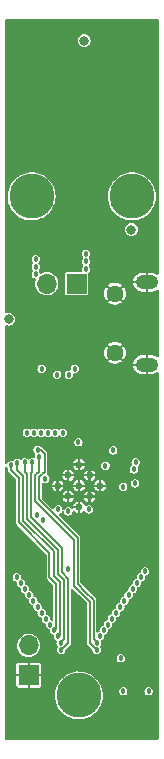
<source format=gbr>
%TF.GenerationSoftware,KiCad,Pcbnew,(6.0.7)*%
%TF.CreationDate,2022-08-25T19:07:38-04:00*%
%TF.ProjectId,msbaker,6d736261-6b65-4722-9e6b-696361645f70,3*%
%TF.SameCoordinates,Original*%
%TF.FileFunction,Copper,L2,Inr*%
%TF.FilePolarity,Positive*%
%FSLAX46Y46*%
G04 Gerber Fmt 4.6, Leading zero omitted, Abs format (unit mm)*
G04 Created by KiCad (PCBNEW (6.0.7)) date 2022-08-25 19:07:38*
%MOMM*%
%LPD*%
G01*
G04 APERTURE LIST*
%TA.AperFunction,ComponentPad*%
%ADD10O,1.900000X1.200000*%
%TD*%
%TA.AperFunction,ComponentPad*%
%ADD11C,1.450000*%
%TD*%
%TA.AperFunction,ComponentPad*%
%ADD12C,3.800000*%
%TD*%
%TA.AperFunction,ComponentPad*%
%ADD13C,0.600000*%
%TD*%
%TA.AperFunction,ComponentPad*%
%ADD14R,1.700000X1.700000*%
%TD*%
%TA.AperFunction,ComponentPad*%
%ADD15O,1.700000X1.700000*%
%TD*%
%TA.AperFunction,ViaPad*%
%ADD16C,0.800000*%
%TD*%
%TA.AperFunction,ViaPad*%
%ADD17C,0.457000*%
%TD*%
%TA.AperFunction,Conductor*%
%ADD18C,0.200000*%
%TD*%
G04 APERTURE END LIST*
D10*
%TO.N,GND*%
%TO.C,J1*%
X190000000Y-90250000D03*
X190000000Y-97250000D03*
D11*
X187300000Y-91250000D03*
X187300000Y-96250000D03*
%TD*%
D12*
%TO.N,N/C*%
%TO.C,M2*%
X188750000Y-83000000D03*
%TD*%
%TO.N,N/C*%
%TO.C,M2*%
X180250000Y-83000000D03*
%TD*%
%TO.N,N/C*%
%TO.C,M2*%
X184250000Y-125250000D03*
%TD*%
D13*
%TO.N,GND*%
%TO.C,U3*%
X184250000Y-107500000D03*
X182446878Y-107500000D03*
X183348439Y-108401561D03*
X184250000Y-109303122D03*
X185151561Y-106598439D03*
X185151561Y-108401561D03*
X184250000Y-105696878D03*
X183348439Y-106598439D03*
X186053122Y-107500000D03*
%TD*%
D14*
%TO.N,Net-(JP1-Pad1)*%
%TO.C,JP1*%
X184075000Y-90400000D03*
D15*
%TO.N,/QSPI_SS*%
X181535000Y-90400000D03*
%TD*%
D14*
%TO.N,GND*%
%TO.C,JP2*%
X180000000Y-123540000D03*
D15*
%TO.N,/RUN*%
X180000000Y-121000000D03*
%TD*%
D16*
%TO.N,GND*%
X179100000Y-90000000D03*
D17*
X184650000Y-119450000D03*
X184650000Y-117450000D03*
D16*
X186550000Y-87650000D03*
D17*
X188500000Y-123337500D03*
D16*
X182900000Y-99300000D03*
X180000000Y-74700000D03*
D17*
X189850000Y-126150000D03*
X184650000Y-121450000D03*
X183850000Y-117450000D03*
X183850000Y-119450000D03*
X189500000Y-120650000D03*
X184625000Y-113675000D03*
D16*
X186900000Y-69900000D03*
D17*
X181600000Y-108700000D03*
X186500000Y-102700000D03*
X190600000Y-107500000D03*
X189000000Y-123837500D03*
X183850000Y-121450000D03*
X178200000Y-106900000D03*
X190600000Y-108900000D03*
X184250000Y-122100000D03*
%TO.N,+3.3V*%
X182500000Y-109500000D03*
D16*
X178300000Y-93400000D03*
D17*
X186500000Y-105800000D03*
X184200000Y-103800000D03*
X189000000Y-107300000D03*
X188000000Y-124887500D03*
D16*
X184700000Y-69800000D03*
D17*
X188000000Y-107600000D03*
X181400000Y-106900000D03*
X188900000Y-106100000D03*
D16*
X188700000Y-85800000D03*
D17*
X190150000Y-124887500D03*
X183300000Y-114550000D03*
X185100000Y-109500000D03*
%TO.N,Net-(C4-Pad2)*%
X180700000Y-110000000D03*
%TO.N,Net-(C7-Pad1)*%
X187150000Y-104500000D03*
X189050000Y-105500000D03*
X183360589Y-109660589D03*
%TO.N,/SD_DAT2*%
X181050000Y-103000000D03*
X180600000Y-89600000D03*
%TO.N,/SD_DAT3*%
X180600000Y-88950000D03*
X180450000Y-103000000D03*
%TO.N,/SD_CMD*%
X179850000Y-103000000D03*
X180600000Y-88300000D03*
%TO.N,/SD_CLK*%
X184850000Y-87850000D03*
X182900000Y-103000000D03*
%TO.N,/SD_DAT0*%
X184850000Y-88500000D03*
X182250000Y-103000000D03*
%TO.N,/SD_DAT1*%
X181650000Y-103000000D03*
X184850000Y-89150000D03*
%TO.N,/GPIO29*%
X189850000Y-114750000D03*
%TO.N,/GPIO28*%
X189500000Y-115250000D03*
%TO.N,/GPIO12*%
X179000000Y-115250000D03*
%TO.N,/GPIO27*%
X189150000Y-115750000D03*
%TO.N,/GPIO13*%
X179350000Y-115750000D03*
%TO.N,/GPIO26*%
X188800000Y-116250000D03*
%TO.N,/GPIO14*%
X179700000Y-116250000D03*
%TO.N,/LED*%
X188450000Y-116750000D03*
%TO.N,/GPIO15*%
X180050000Y-116750000D03*
%TO.N,/GPIO24*%
X188100000Y-117250000D03*
%TO.N,/SWCLK*%
X180400000Y-117250000D03*
%TO.N,/GPIO23*%
X187750000Y-117750000D03*
%TO.N,/SWD*%
X180750000Y-117750000D03*
%TO.N,/GPIO22*%
X187400000Y-118250000D03*
%TO.N,/RUN*%
X181100000Y-118250000D03*
%TO.N,/GPIO21*%
X187050000Y-118750000D03*
%TO.N,/GPIO16*%
X181450000Y-118750000D03*
%TO.N,/GPIO20*%
X186700000Y-119250000D03*
%TO.N,/GPIO17*%
X181800000Y-119250000D03*
%TO.N,/GPIO19*%
X186350000Y-119750000D03*
%TO.N,/GPIO11*%
X182150000Y-119750000D03*
X178500000Y-105750000D03*
%TO.N,/GPIO18*%
X186000000Y-120250000D03*
%TO.N,/GPIO10*%
X179050000Y-105550000D03*
X182500000Y-120250000D03*
%TO.N,/I2C0_SDA*%
X185800000Y-120800000D03*
X187800000Y-122100000D03*
X180750000Y-104450000D03*
%TO.N,/GPIO9*%
X182700000Y-120800000D03*
X179650000Y-105500000D03*
%TO.N,/I2C0_SCL*%
X180850000Y-105050000D03*
X185750000Y-121400000D03*
%TO.N,/GPIO8*%
X180300000Y-105500000D03*
X182750000Y-121400000D03*
%TO.N,Net-(R4-Pad2)*%
X181200000Y-110400000D03*
%TO.N,/QSPI_SCLK*%
X182400000Y-98100000D03*
X183400000Y-98100000D03*
%TO.N,/QSPI_SD3*%
X181100000Y-97600000D03*
X183900000Y-97600000D03*
%TD*%
D18*
%TO.N,/GPIO11*%
X181750000Y-113200000D02*
X181750000Y-115250000D01*
X181750000Y-115250000D02*
X182300000Y-115800000D01*
X179150000Y-106850000D02*
X179150000Y-110600000D01*
X182300000Y-115800000D02*
X182300000Y-119600000D01*
X178500000Y-105750000D02*
X178500000Y-106200000D01*
X178500000Y-106200000D02*
X179150000Y-106850000D01*
X179150000Y-110600000D02*
X181750000Y-113200000D01*
X182300000Y-119600000D02*
X182150000Y-119750000D01*
%TO.N,/GPIO10*%
X179500000Y-106650000D02*
X179500000Y-110450000D01*
X182650000Y-115650000D02*
X182650000Y-120100000D01*
X179050000Y-106200000D02*
X179500000Y-106650000D01*
X182100000Y-115100000D02*
X182650000Y-115650000D01*
X182650000Y-120100000D02*
X182500000Y-120250000D01*
X182100000Y-113050000D02*
X182100000Y-115100000D01*
X179500000Y-110450000D02*
X182100000Y-113050000D01*
X179050000Y-105550000D02*
X179050000Y-106200000D01*
%TO.N,/I2C0_SDA*%
X184150000Y-114200000D02*
X184150000Y-114700000D01*
X184800000Y-116450000D02*
X185500000Y-117150000D01*
X181350000Y-105700000D02*
X181350000Y-106300000D01*
X181150000Y-106500000D02*
X180900000Y-106750000D01*
X180900000Y-106750000D02*
X180900000Y-107000000D01*
X184150000Y-114700000D02*
X184150000Y-115800000D01*
X185500000Y-120500000D02*
X185800000Y-120800000D01*
X181350000Y-106300000D02*
X181150000Y-106500000D01*
X180750000Y-104450000D02*
X181000000Y-104450000D01*
X185500000Y-117150000D02*
X185500000Y-118150000D01*
X185500000Y-118150000D02*
X185500000Y-120500000D01*
X184150000Y-111900000D02*
X184150000Y-114200000D01*
X182050000Y-109800000D02*
X184150000Y-111900000D01*
X184150000Y-115800000D02*
X184800000Y-116450000D01*
X180900000Y-107000000D02*
X180900000Y-108650000D01*
X181350000Y-104800000D02*
X181350000Y-105700000D01*
X180900000Y-108650000D02*
X182050000Y-109800000D01*
X181000000Y-104450000D02*
X181050000Y-104500000D01*
X181050000Y-104500000D02*
X181350000Y-104800000D01*
%TO.N,/GPIO9*%
X179850000Y-106500000D02*
X179850000Y-110300000D01*
X183000000Y-120500000D02*
X182700000Y-120800000D01*
X179650000Y-106300000D02*
X179850000Y-106500000D01*
X183000000Y-115500000D02*
X183000000Y-120500000D01*
X182450000Y-112900000D02*
X182450000Y-114950000D01*
X179650000Y-105500000D02*
X179650000Y-106300000D01*
X179850000Y-110300000D02*
X182450000Y-112900000D01*
X182450000Y-114950000D02*
X183000000Y-115500000D01*
%TO.N,/I2C0_SCL*%
X183800000Y-113400000D02*
X183800000Y-114850000D01*
X185150000Y-117300000D02*
X185150000Y-117550000D01*
X180850000Y-109100000D02*
X183800000Y-112050000D01*
X180850000Y-106300000D02*
X180650000Y-106500000D01*
X185150000Y-120800000D02*
X185750000Y-121400000D01*
X183800000Y-114850000D02*
X183800000Y-115950000D01*
X180850000Y-105050000D02*
X180850000Y-106300000D01*
X183800000Y-112050000D02*
X183800000Y-113400000D01*
X180550000Y-106600000D02*
X180550000Y-107450000D01*
X183800000Y-115950000D02*
X184900000Y-117050000D01*
X184900000Y-117050000D02*
X185150000Y-117300000D01*
X180650000Y-106500000D02*
X180550000Y-106600000D01*
X185150000Y-117550000D02*
X185150000Y-120800000D01*
X180550000Y-107450000D02*
X180550000Y-108800000D01*
X180550000Y-108800000D02*
X180850000Y-109100000D01*
%TO.N,/GPIO8*%
X182800000Y-112750000D02*
X182800000Y-114800000D01*
X180300000Y-106350000D02*
X180200000Y-106450000D01*
X183350000Y-120800000D02*
X182750000Y-121400000D01*
X180200000Y-106450000D02*
X180200000Y-110150000D01*
X182800000Y-114800000D02*
X183350000Y-115350000D01*
X180200000Y-110150000D02*
X182800000Y-112750000D01*
X183350000Y-115350000D02*
X183350000Y-120800000D01*
X180300000Y-105500000D02*
X180300000Y-106350000D01*
%TD*%
%TA.AperFunction,Conductor*%
%TO.N,GND*%
G36*
X190959191Y-68018907D02*
G01*
X190995155Y-68068407D01*
X191000000Y-68099000D01*
X191000000Y-89535526D01*
X190981093Y-89593717D01*
X190931593Y-89629681D01*
X190870407Y-89629681D01*
X190847370Y-89618742D01*
X190712604Y-89531890D01*
X190702763Y-89527005D01*
X190544504Y-89469404D01*
X190533810Y-89466817D01*
X190403775Y-89450390D01*
X190397587Y-89450000D01*
X190115680Y-89450000D01*
X190102995Y-89454122D01*
X190100000Y-89458243D01*
X190100000Y-91034320D01*
X190104122Y-91047005D01*
X190108243Y-91050000D01*
X190392356Y-91050000D01*
X190397885Y-91049691D01*
X190522855Y-91035673D01*
X190533592Y-91033234D01*
X190692629Y-90977851D01*
X190702548Y-90973099D01*
X190848538Y-90881874D01*
X190907906Y-90867072D01*
X190964636Y-90889992D01*
X190997059Y-90941881D01*
X191000000Y-90965831D01*
X191000000Y-96535526D01*
X190981093Y-96593717D01*
X190931593Y-96629681D01*
X190870407Y-96629681D01*
X190847370Y-96618742D01*
X190712604Y-96531890D01*
X190702763Y-96527005D01*
X190544504Y-96469404D01*
X190533810Y-96466817D01*
X190403775Y-96450390D01*
X190397587Y-96450000D01*
X190115680Y-96450000D01*
X190102995Y-96454122D01*
X190100000Y-96458243D01*
X190100000Y-98034320D01*
X190104122Y-98047005D01*
X190108243Y-98050000D01*
X190392356Y-98050000D01*
X190397885Y-98049691D01*
X190522855Y-98035673D01*
X190533592Y-98033234D01*
X190692629Y-97977851D01*
X190702548Y-97973099D01*
X190848538Y-97881874D01*
X190907906Y-97867072D01*
X190964636Y-97889992D01*
X190997059Y-97941881D01*
X191000000Y-97965831D01*
X191000000Y-128901000D01*
X190981093Y-128959191D01*
X190931593Y-128995155D01*
X190901000Y-129000000D01*
X178099000Y-129000000D01*
X178040809Y-128981093D01*
X178004845Y-128931593D01*
X178000000Y-128901000D01*
X178000000Y-125228719D01*
X182217873Y-125228719D01*
X182218067Y-125232084D01*
X182218067Y-125232088D01*
X182219100Y-125250000D01*
X182233787Y-125504707D01*
X182287009Y-125775982D01*
X182376555Y-126037524D01*
X182500767Y-126284493D01*
X182657348Y-126512320D01*
X182843400Y-126716789D01*
X183055480Y-126894115D01*
X183289664Y-127041018D01*
X183292732Y-127042403D01*
X183292739Y-127042407D01*
X183456332Y-127116272D01*
X183541619Y-127154780D01*
X183544841Y-127155734D01*
X183544848Y-127155737D01*
X183755952Y-127218268D01*
X183806681Y-127233295D01*
X183810006Y-127233804D01*
X183810007Y-127233804D01*
X184076613Y-127274601D01*
X184076616Y-127274601D01*
X184079947Y-127275111D01*
X184083319Y-127275164D01*
X184128016Y-127275866D01*
X184356359Y-127279453D01*
X184359695Y-127279049D01*
X184359700Y-127279049D01*
X184627459Y-127246646D01*
X184627464Y-127246645D01*
X184630803Y-127246241D01*
X184898201Y-127176091D01*
X185062334Y-127108105D01*
X185150496Y-127071587D01*
X185150499Y-127071586D01*
X185153605Y-127070299D01*
X185203714Y-127041018D01*
X185389372Y-126932529D01*
X185389378Y-126932525D01*
X185392287Y-126930825D01*
X185609833Y-126760247D01*
X185802215Y-126561724D01*
X185836673Y-126514816D01*
X185868747Y-126471151D01*
X185965875Y-126338928D01*
X186097784Y-126095982D01*
X186195501Y-125837381D01*
X186221420Y-125724214D01*
X186256465Y-125571202D01*
X186256466Y-125571195D01*
X186257218Y-125567912D01*
X186281792Y-125292560D01*
X186282238Y-125250000D01*
X186263435Y-124974194D01*
X186245482Y-124887500D01*
X187639562Y-124887500D01*
X187657203Y-124998881D01*
X187708400Y-125099360D01*
X187788140Y-125179100D01*
X187795077Y-125182635D01*
X187795079Y-125182636D01*
X187878920Y-125225355D01*
X187888619Y-125230297D01*
X187896313Y-125231516D01*
X187896314Y-125231516D01*
X187992304Y-125246719D01*
X188000000Y-125247938D01*
X188007696Y-125246719D01*
X188103686Y-125231516D01*
X188103687Y-125231516D01*
X188111381Y-125230297D01*
X188121080Y-125225355D01*
X188204921Y-125182636D01*
X188204923Y-125182635D01*
X188211860Y-125179100D01*
X188291600Y-125099360D01*
X188342797Y-124998881D01*
X188360438Y-124887500D01*
X189789562Y-124887500D01*
X189807203Y-124998881D01*
X189858400Y-125099360D01*
X189938140Y-125179100D01*
X189945077Y-125182635D01*
X189945079Y-125182636D01*
X190028920Y-125225355D01*
X190038619Y-125230297D01*
X190046313Y-125231516D01*
X190046314Y-125231516D01*
X190142304Y-125246719D01*
X190150000Y-125247938D01*
X190157696Y-125246719D01*
X190253686Y-125231516D01*
X190253687Y-125231516D01*
X190261381Y-125230297D01*
X190271080Y-125225355D01*
X190354921Y-125182636D01*
X190354923Y-125182635D01*
X190361860Y-125179100D01*
X190441600Y-125099360D01*
X190492797Y-124998881D01*
X190510438Y-124887500D01*
X190492797Y-124776119D01*
X190454171Y-124700312D01*
X190445136Y-124682579D01*
X190445135Y-124682577D01*
X190441600Y-124675640D01*
X190361860Y-124595900D01*
X190354923Y-124592365D01*
X190354921Y-124592364D01*
X190268321Y-124548239D01*
X190268320Y-124548239D01*
X190261381Y-124544703D01*
X190253687Y-124543484D01*
X190253686Y-124543484D01*
X190157696Y-124528281D01*
X190150000Y-124527062D01*
X190142304Y-124528281D01*
X190046314Y-124543484D01*
X190046313Y-124543484D01*
X190038619Y-124544703D01*
X190031680Y-124548239D01*
X190031679Y-124548239D01*
X189945079Y-124592364D01*
X189945077Y-124592365D01*
X189938140Y-124595900D01*
X189858400Y-124675640D01*
X189854865Y-124682577D01*
X189854864Y-124682579D01*
X189845829Y-124700312D01*
X189807203Y-124776119D01*
X189789562Y-124887500D01*
X188360438Y-124887500D01*
X188342797Y-124776119D01*
X188304171Y-124700312D01*
X188295136Y-124682579D01*
X188295135Y-124682577D01*
X188291600Y-124675640D01*
X188211860Y-124595900D01*
X188204923Y-124592365D01*
X188204921Y-124592364D01*
X188118321Y-124548239D01*
X188118320Y-124548239D01*
X188111381Y-124544703D01*
X188103687Y-124543484D01*
X188103686Y-124543484D01*
X188007696Y-124528281D01*
X188000000Y-124527062D01*
X187992304Y-124528281D01*
X187896314Y-124543484D01*
X187896313Y-124543484D01*
X187888619Y-124544703D01*
X187881680Y-124548239D01*
X187881679Y-124548239D01*
X187795079Y-124592364D01*
X187795077Y-124592365D01*
X187788140Y-124595900D01*
X187708400Y-124675640D01*
X187704865Y-124682577D01*
X187704864Y-124682579D01*
X187695829Y-124700312D01*
X187657203Y-124776119D01*
X187639562Y-124887500D01*
X186245482Y-124887500D01*
X186207376Y-124703491D01*
X186115096Y-124442901D01*
X185988304Y-124197246D01*
X185977648Y-124182083D01*
X185831285Y-123973830D01*
X185829346Y-123971071D01*
X185816587Y-123957340D01*
X185643457Y-123771031D01*
X185641163Y-123768562D01*
X185427237Y-123593466D01*
X185191528Y-123449023D01*
X185169294Y-123439263D01*
X184941479Y-123339259D01*
X184941475Y-123339257D01*
X184938396Y-123337906D01*
X184889030Y-123323844D01*
X184675778Y-123263097D01*
X184675773Y-123263096D01*
X184672526Y-123262171D01*
X184398837Y-123223220D01*
X184395471Y-123223202D01*
X184395466Y-123223202D01*
X184271067Y-123222551D01*
X184122395Y-123221772D01*
X183848313Y-123257856D01*
X183845056Y-123258747D01*
X183845051Y-123258748D01*
X183584921Y-123329911D01*
X183584917Y-123329912D01*
X183581665Y-123330802D01*
X183578561Y-123332126D01*
X183330474Y-123437944D01*
X183330467Y-123437947D01*
X183327383Y-123439263D01*
X183324501Y-123440988D01*
X183093069Y-123579496D01*
X183093065Y-123579499D01*
X183090174Y-123581229D01*
X183074900Y-123593466D01*
X182877060Y-123751966D01*
X182877055Y-123751970D01*
X182874427Y-123754076D01*
X182684134Y-123954603D01*
X182682169Y-123957338D01*
X182682167Y-123957340D01*
X182672301Y-123971071D01*
X182522816Y-124179100D01*
X182393458Y-124423414D01*
X182298455Y-124683024D01*
X182239563Y-124953125D01*
X182217873Y-125228719D01*
X178000000Y-125228719D01*
X178000000Y-124404840D01*
X178950000Y-124404840D01*
X178950948Y-124414462D01*
X178959702Y-124458474D01*
X178967021Y-124476142D01*
X179000389Y-124526082D01*
X179013918Y-124539611D01*
X179063858Y-124572979D01*
X179081526Y-124580298D01*
X179125538Y-124589052D01*
X179135160Y-124590000D01*
X179884320Y-124590000D01*
X179897005Y-124585878D01*
X179900000Y-124581757D01*
X179900000Y-124574320D01*
X180100000Y-124574320D01*
X180104122Y-124587005D01*
X180108243Y-124590000D01*
X180864840Y-124590000D01*
X180874462Y-124589052D01*
X180918474Y-124580298D01*
X180936142Y-124572979D01*
X180986082Y-124539611D01*
X180999611Y-124526082D01*
X181032979Y-124476142D01*
X181040298Y-124458474D01*
X181049052Y-124414462D01*
X181050000Y-124404840D01*
X181050000Y-123655680D01*
X181045878Y-123642995D01*
X181041757Y-123640000D01*
X180115680Y-123640000D01*
X180102995Y-123644122D01*
X180100000Y-123648243D01*
X180100000Y-124574320D01*
X179900000Y-124574320D01*
X179900000Y-123655680D01*
X179895878Y-123642995D01*
X179891757Y-123640000D01*
X178965680Y-123640000D01*
X178952995Y-123644122D01*
X178950000Y-123648243D01*
X178950000Y-124404840D01*
X178000000Y-124404840D01*
X178000000Y-123424320D01*
X178950000Y-123424320D01*
X178954122Y-123437005D01*
X178958243Y-123440000D01*
X179884320Y-123440000D01*
X179897005Y-123435878D01*
X179900000Y-123431757D01*
X179900000Y-123424320D01*
X180100000Y-123424320D01*
X180104122Y-123437005D01*
X180108243Y-123440000D01*
X181034320Y-123440000D01*
X181047005Y-123435878D01*
X181050000Y-123431757D01*
X181050000Y-122675160D01*
X181049052Y-122665538D01*
X181040298Y-122621526D01*
X181032979Y-122603858D01*
X180999611Y-122553918D01*
X180986082Y-122540389D01*
X180936142Y-122507021D01*
X180918474Y-122499702D01*
X180874462Y-122490948D01*
X180864840Y-122490000D01*
X180115680Y-122490000D01*
X180102995Y-122494122D01*
X180100000Y-122498243D01*
X180100000Y-123424320D01*
X179900000Y-123424320D01*
X179900000Y-122505680D01*
X179895878Y-122492995D01*
X179891757Y-122490000D01*
X179135160Y-122490000D01*
X179125538Y-122490948D01*
X179081526Y-122499702D01*
X179063858Y-122507021D01*
X179013918Y-122540389D01*
X179000389Y-122553918D01*
X178967021Y-122603858D01*
X178959702Y-122621526D01*
X178950948Y-122665538D01*
X178950000Y-122675160D01*
X178950000Y-123424320D01*
X178000000Y-123424320D01*
X178000000Y-122100000D01*
X187439562Y-122100000D01*
X187457203Y-122211381D01*
X187508400Y-122311860D01*
X187588140Y-122391600D01*
X187595077Y-122395135D01*
X187595079Y-122395136D01*
X187681679Y-122439261D01*
X187688619Y-122442797D01*
X187696313Y-122444016D01*
X187696314Y-122444016D01*
X187792304Y-122459219D01*
X187800000Y-122460438D01*
X187807696Y-122459219D01*
X187903686Y-122444016D01*
X187903687Y-122444016D01*
X187911381Y-122442797D01*
X187918321Y-122439261D01*
X188004921Y-122395136D01*
X188004923Y-122395135D01*
X188011860Y-122391600D01*
X188091600Y-122311860D01*
X188142797Y-122211381D01*
X188160438Y-122100000D01*
X188142797Y-121988619D01*
X188132128Y-121967680D01*
X188095136Y-121895079D01*
X188095135Y-121895077D01*
X188091600Y-121888140D01*
X188011860Y-121808400D01*
X188004923Y-121804865D01*
X188004921Y-121804864D01*
X187918321Y-121760739D01*
X187918320Y-121760739D01*
X187911381Y-121757203D01*
X187903687Y-121755984D01*
X187903686Y-121755984D01*
X187807696Y-121740781D01*
X187800000Y-121739562D01*
X187792304Y-121740781D01*
X187696314Y-121755984D01*
X187696313Y-121755984D01*
X187688619Y-121757203D01*
X187681680Y-121760739D01*
X187681679Y-121760739D01*
X187595079Y-121804864D01*
X187595077Y-121804865D01*
X187588140Y-121808400D01*
X187508400Y-121888140D01*
X187504865Y-121895077D01*
X187504864Y-121895079D01*
X187467872Y-121967680D01*
X187457203Y-121988619D01*
X187439562Y-122100000D01*
X178000000Y-122100000D01*
X178000000Y-120986286D01*
X179017866Y-120986286D01*
X179019431Y-121004921D01*
X179033380Y-121171032D01*
X179033907Y-121177311D01*
X179086746Y-121361583D01*
X179103879Y-121394920D01*
X179167298Y-121518321D01*
X179174370Y-121532082D01*
X179293443Y-121682314D01*
X179297123Y-121685446D01*
X179297125Y-121685448D01*
X179380005Y-121755984D01*
X179439428Y-121806557D01*
X179443651Y-121808917D01*
X179443655Y-121808920D01*
X179552628Y-121869822D01*
X179606765Y-121900079D01*
X179611363Y-121901573D01*
X179784476Y-121957821D01*
X179784478Y-121957822D01*
X179789081Y-121959317D01*
X179979430Y-121982015D01*
X179984252Y-121981644D01*
X179984255Y-121981644D01*
X180165734Y-121967680D01*
X180165739Y-121967679D01*
X180170562Y-121967308D01*
X180355199Y-121915756D01*
X180383277Y-121901573D01*
X180521984Y-121831507D01*
X180521986Y-121831506D01*
X180526305Y-121829324D01*
X180553087Y-121808400D01*
X180673550Y-121714284D01*
X180673552Y-121714282D01*
X180677365Y-121711303D01*
X180680521Y-121707647D01*
X180680526Y-121707642D01*
X180769191Y-121604921D01*
X180802624Y-121566189D01*
X180897312Y-121399509D01*
X180908264Y-121366588D01*
X180956294Y-121222203D01*
X180956294Y-121222201D01*
X180957821Y-121217612D01*
X180960668Y-121195080D01*
X180973740Y-121091600D01*
X180981847Y-121027425D01*
X180982230Y-121000000D01*
X180974637Y-120922555D01*
X180963997Y-120814036D01*
X180963996Y-120814031D01*
X180963524Y-120809217D01*
X180942539Y-120739711D01*
X180909516Y-120630333D01*
X180909514Y-120630328D01*
X180908117Y-120625701D01*
X180860385Y-120535931D01*
X180820393Y-120460716D01*
X180820391Y-120460713D01*
X180818120Y-120456442D01*
X180812313Y-120449321D01*
X180700023Y-120311640D01*
X180700022Y-120311639D01*
X180696962Y-120307887D01*
X180549256Y-120185694D01*
X180380629Y-120094518D01*
X180322409Y-120076496D01*
X180202126Y-120039262D01*
X180202122Y-120039261D01*
X180197505Y-120037832D01*
X180192697Y-120037327D01*
X180192694Y-120037326D01*
X180011673Y-120018300D01*
X180011671Y-120018300D01*
X180006857Y-120017794D01*
X179943540Y-120023556D01*
X179820768Y-120034729D01*
X179820765Y-120034730D01*
X179815948Y-120035168D01*
X179811306Y-120036534D01*
X179811302Y-120036535D01*
X179636697Y-120087924D01*
X179636694Y-120087925D01*
X179632050Y-120089292D01*
X179462167Y-120178105D01*
X179458398Y-120181135D01*
X179458397Y-120181136D01*
X179316543Y-120295189D01*
X179316541Y-120295191D01*
X179312770Y-120298223D01*
X179189549Y-120445072D01*
X179097198Y-120613058D01*
X179095735Y-120617671D01*
X179095733Y-120617675D01*
X179069861Y-120699234D01*
X179039234Y-120795783D01*
X179038694Y-120800595D01*
X179038694Y-120800596D01*
X179020441Y-120963333D01*
X179017866Y-120986286D01*
X178000000Y-120986286D01*
X178000000Y-105965218D01*
X178018907Y-105907027D01*
X178068407Y-105871063D01*
X178129593Y-105871063D01*
X178179093Y-105907027D01*
X178187209Y-105920272D01*
X178204862Y-105954918D01*
X178204865Y-105954922D01*
X178208400Y-105961860D01*
X178243504Y-105996964D01*
X178271281Y-106051481D01*
X178272500Y-106066968D01*
X178272500Y-106191471D01*
X178272364Y-106196652D01*
X178270826Y-106225993D01*
X178270826Y-106225995D01*
X178270282Y-106236384D01*
X178274010Y-106246096D01*
X178274010Y-106246097D01*
X178278404Y-106257544D01*
X178282814Y-106272433D01*
X178287526Y-106294600D01*
X178293642Y-106303019D01*
X178296878Y-106310286D01*
X178301211Y-106316958D01*
X178304940Y-106326673D01*
X178320964Y-106342697D01*
X178331053Y-106354510D01*
X178344372Y-106372842D01*
X178353388Y-106378048D01*
X178359614Y-106383653D01*
X178369525Y-106391258D01*
X178893504Y-106915237D01*
X178921281Y-106969754D01*
X178922500Y-106985241D01*
X178922500Y-110591471D01*
X178922364Y-110596652D01*
X178920826Y-110625993D01*
X178920826Y-110625995D01*
X178920282Y-110636384D01*
X178924010Y-110646096D01*
X178924010Y-110646097D01*
X178928404Y-110657544D01*
X178932814Y-110672433D01*
X178937526Y-110694600D01*
X178943642Y-110703019D01*
X178946878Y-110710286D01*
X178951211Y-110716958D01*
X178954940Y-110726673D01*
X178970964Y-110742697D01*
X178981053Y-110754510D01*
X178994372Y-110772842D01*
X179003388Y-110778048D01*
X179009614Y-110783653D01*
X179019525Y-110791258D01*
X181493504Y-113265238D01*
X181521281Y-113319755D01*
X181522500Y-113335242D01*
X181522500Y-115241471D01*
X181522364Y-115246652D01*
X181520826Y-115275993D01*
X181520826Y-115275995D01*
X181520282Y-115286384D01*
X181524010Y-115296096D01*
X181524010Y-115296097D01*
X181528404Y-115307544D01*
X181532814Y-115322433D01*
X181537526Y-115344600D01*
X181543642Y-115353019D01*
X181546878Y-115360286D01*
X181551211Y-115366958D01*
X181554940Y-115376673D01*
X181570964Y-115392697D01*
X181581053Y-115404510D01*
X181594372Y-115422842D01*
X181603386Y-115428046D01*
X181609614Y-115433654D01*
X181619528Y-115441261D01*
X182043504Y-115865238D01*
X182071281Y-115919754D01*
X182072500Y-115935241D01*
X182072500Y-118827744D01*
X182053593Y-118885935D01*
X182004093Y-118921899D01*
X181942907Y-118921899D01*
X181928557Y-118915955D01*
X181911381Y-118907203D01*
X181888526Y-118903583D01*
X181886398Y-118903246D01*
X181831882Y-118875467D01*
X181804106Y-118820950D01*
X181804106Y-118789978D01*
X181809219Y-118757696D01*
X181810438Y-118750000D01*
X181792797Y-118638619D01*
X181770070Y-118594015D01*
X181745136Y-118545079D01*
X181745135Y-118545077D01*
X181741600Y-118538140D01*
X181661860Y-118458400D01*
X181654923Y-118454865D01*
X181654921Y-118454864D01*
X181568321Y-118410739D01*
X181568320Y-118410739D01*
X181561381Y-118407203D01*
X181538526Y-118403583D01*
X181536398Y-118403246D01*
X181481882Y-118375467D01*
X181454106Y-118320950D01*
X181454106Y-118289978D01*
X181459219Y-118257696D01*
X181460438Y-118250000D01*
X181442797Y-118138619D01*
X181420070Y-118094015D01*
X181395136Y-118045079D01*
X181395135Y-118045077D01*
X181391600Y-118038140D01*
X181311860Y-117958400D01*
X181304923Y-117954865D01*
X181304921Y-117954864D01*
X181218321Y-117910739D01*
X181218320Y-117910739D01*
X181211381Y-117907203D01*
X181188526Y-117903583D01*
X181186398Y-117903246D01*
X181131882Y-117875467D01*
X181104106Y-117820950D01*
X181104106Y-117789978D01*
X181109219Y-117757696D01*
X181110438Y-117750000D01*
X181092797Y-117638619D01*
X181070070Y-117594015D01*
X181045136Y-117545079D01*
X181045135Y-117545077D01*
X181041600Y-117538140D01*
X180961860Y-117458400D01*
X180954923Y-117454865D01*
X180954921Y-117454864D01*
X180868321Y-117410739D01*
X180868320Y-117410739D01*
X180861381Y-117407203D01*
X180838526Y-117403583D01*
X180836398Y-117403246D01*
X180781882Y-117375467D01*
X180754106Y-117320950D01*
X180754106Y-117289978D01*
X180759219Y-117257696D01*
X180760438Y-117250000D01*
X180742797Y-117138619D01*
X180720070Y-117094015D01*
X180695136Y-117045079D01*
X180695135Y-117045077D01*
X180691600Y-117038140D01*
X180611860Y-116958400D01*
X180604923Y-116954865D01*
X180604921Y-116954864D01*
X180518321Y-116910739D01*
X180518320Y-116910739D01*
X180511381Y-116907203D01*
X180488526Y-116903583D01*
X180486398Y-116903246D01*
X180431882Y-116875467D01*
X180404106Y-116820950D01*
X180404106Y-116789978D01*
X180409219Y-116757696D01*
X180410438Y-116750000D01*
X180392797Y-116638619D01*
X180370070Y-116594015D01*
X180345136Y-116545079D01*
X180345135Y-116545077D01*
X180341600Y-116538140D01*
X180261860Y-116458400D01*
X180254923Y-116454865D01*
X180254921Y-116454864D01*
X180168321Y-116410739D01*
X180168320Y-116410739D01*
X180161381Y-116407203D01*
X180138526Y-116403583D01*
X180136398Y-116403246D01*
X180081882Y-116375467D01*
X180054106Y-116320950D01*
X180054106Y-116289978D01*
X180059219Y-116257696D01*
X180060438Y-116250000D01*
X180042797Y-116138619D01*
X180026342Y-116106325D01*
X179995136Y-116045079D01*
X179995135Y-116045077D01*
X179991600Y-116038140D01*
X179911860Y-115958400D01*
X179904923Y-115954865D01*
X179904921Y-115954864D01*
X179818321Y-115910739D01*
X179818320Y-115910739D01*
X179811381Y-115907203D01*
X179788526Y-115903583D01*
X179786398Y-115903246D01*
X179731882Y-115875467D01*
X179704106Y-115820950D01*
X179704106Y-115789978D01*
X179709219Y-115757696D01*
X179710438Y-115750000D01*
X179692797Y-115638619D01*
X179670070Y-115594015D01*
X179645136Y-115545079D01*
X179645135Y-115545077D01*
X179641600Y-115538140D01*
X179561860Y-115458400D01*
X179554923Y-115454865D01*
X179554921Y-115454864D01*
X179468321Y-115410739D01*
X179468320Y-115410739D01*
X179461381Y-115407203D01*
X179438526Y-115403583D01*
X179436398Y-115403246D01*
X179381882Y-115375467D01*
X179354106Y-115320950D01*
X179354106Y-115289978D01*
X179359219Y-115257696D01*
X179360438Y-115250000D01*
X179354106Y-115210022D01*
X179344016Y-115146314D01*
X179344016Y-115146313D01*
X179342797Y-115138619D01*
X179320070Y-115094015D01*
X179295136Y-115045079D01*
X179295135Y-115045077D01*
X179291600Y-115038140D01*
X179211860Y-114958400D01*
X179204923Y-114954865D01*
X179204921Y-114954864D01*
X179118321Y-114910739D01*
X179118320Y-114910739D01*
X179111381Y-114907203D01*
X179103687Y-114905984D01*
X179103686Y-114905984D01*
X179025968Y-114893675D01*
X179000000Y-114889562D01*
X178974032Y-114893675D01*
X178896314Y-114905984D01*
X178896313Y-114905984D01*
X178888619Y-114907203D01*
X178881680Y-114910739D01*
X178881679Y-114910739D01*
X178795079Y-114954864D01*
X178795077Y-114954865D01*
X178788140Y-114958400D01*
X178708400Y-115038140D01*
X178704865Y-115045077D01*
X178704864Y-115045079D01*
X178679930Y-115094015D01*
X178657203Y-115138619D01*
X178655984Y-115146313D01*
X178655984Y-115146314D01*
X178645894Y-115210022D01*
X178639562Y-115250000D01*
X178657203Y-115361381D01*
X178660739Y-115368320D01*
X178660739Y-115368321D01*
X178680551Y-115407203D01*
X178708400Y-115461860D01*
X178788140Y-115541600D01*
X178795077Y-115545135D01*
X178795079Y-115545136D01*
X178881679Y-115589261D01*
X178888619Y-115592797D01*
X178911474Y-115596417D01*
X178913602Y-115596754D01*
X178968118Y-115624533D01*
X178995894Y-115679050D01*
X178995894Y-115710021D01*
X178989562Y-115750000D01*
X179007203Y-115861381D01*
X179010739Y-115868320D01*
X179010739Y-115868321D01*
X179036946Y-115919754D01*
X179058400Y-115961860D01*
X179138140Y-116041600D01*
X179145077Y-116045135D01*
X179145079Y-116045136D01*
X179206974Y-116076673D01*
X179238619Y-116092797D01*
X179261474Y-116096417D01*
X179263602Y-116096754D01*
X179318118Y-116124533D01*
X179345894Y-116179050D01*
X179345894Y-116210021D01*
X179339562Y-116250000D01*
X179357203Y-116361381D01*
X179360739Y-116368320D01*
X179360739Y-116368321D01*
X179380551Y-116407203D01*
X179408400Y-116461860D01*
X179488140Y-116541600D01*
X179495077Y-116545135D01*
X179495079Y-116545136D01*
X179581679Y-116589261D01*
X179588619Y-116592797D01*
X179611474Y-116596417D01*
X179613602Y-116596754D01*
X179668118Y-116624533D01*
X179695894Y-116679050D01*
X179695894Y-116710021D01*
X179689562Y-116750000D01*
X179707203Y-116861381D01*
X179710739Y-116868320D01*
X179710739Y-116868321D01*
X179730551Y-116907203D01*
X179758400Y-116961860D01*
X179838140Y-117041600D01*
X179845077Y-117045135D01*
X179845079Y-117045136D01*
X179931679Y-117089261D01*
X179938619Y-117092797D01*
X179961474Y-117096417D01*
X179963602Y-117096754D01*
X180018118Y-117124533D01*
X180045894Y-117179050D01*
X180045894Y-117210021D01*
X180039562Y-117250000D01*
X180057203Y-117361381D01*
X180060739Y-117368320D01*
X180060739Y-117368321D01*
X180080551Y-117407203D01*
X180108400Y-117461860D01*
X180188140Y-117541600D01*
X180195077Y-117545135D01*
X180195079Y-117545136D01*
X180281679Y-117589261D01*
X180288619Y-117592797D01*
X180311474Y-117596417D01*
X180313602Y-117596754D01*
X180368118Y-117624533D01*
X180395894Y-117679050D01*
X180395894Y-117710021D01*
X180389562Y-117750000D01*
X180407203Y-117861381D01*
X180410739Y-117868320D01*
X180410739Y-117868321D01*
X180430551Y-117907203D01*
X180458400Y-117961860D01*
X180538140Y-118041600D01*
X180545077Y-118045135D01*
X180545079Y-118045136D01*
X180631679Y-118089261D01*
X180638619Y-118092797D01*
X180661474Y-118096417D01*
X180663602Y-118096754D01*
X180718118Y-118124533D01*
X180745894Y-118179050D01*
X180745894Y-118210021D01*
X180739562Y-118250000D01*
X180757203Y-118361381D01*
X180760739Y-118368320D01*
X180760739Y-118368321D01*
X180780551Y-118407203D01*
X180808400Y-118461860D01*
X180888140Y-118541600D01*
X180895077Y-118545135D01*
X180895079Y-118545136D01*
X180981679Y-118589261D01*
X180988619Y-118592797D01*
X181011474Y-118596417D01*
X181013602Y-118596754D01*
X181068118Y-118624533D01*
X181095894Y-118679050D01*
X181095894Y-118710021D01*
X181089562Y-118750000D01*
X181107203Y-118861381D01*
X181110739Y-118868320D01*
X181110739Y-118868321D01*
X181138039Y-118921899D01*
X181158400Y-118961860D01*
X181238140Y-119041600D01*
X181245077Y-119045135D01*
X181245079Y-119045136D01*
X181331679Y-119089261D01*
X181338619Y-119092797D01*
X181361474Y-119096417D01*
X181363602Y-119096754D01*
X181418118Y-119124533D01*
X181445894Y-119179050D01*
X181445894Y-119210021D01*
X181439562Y-119250000D01*
X181457203Y-119361381D01*
X181460739Y-119368320D01*
X181460739Y-119368321D01*
X181480551Y-119407203D01*
X181508400Y-119461860D01*
X181588140Y-119541600D01*
X181595077Y-119545135D01*
X181595079Y-119545136D01*
X181681679Y-119589261D01*
X181688619Y-119592797D01*
X181711474Y-119596417D01*
X181713602Y-119596754D01*
X181768118Y-119624533D01*
X181795894Y-119679050D01*
X181795894Y-119710021D01*
X181789562Y-119750000D01*
X181790781Y-119757696D01*
X181804329Y-119843233D01*
X181807203Y-119861381D01*
X181810739Y-119868320D01*
X181810739Y-119868321D01*
X181830551Y-119907203D01*
X181858400Y-119961860D01*
X181938140Y-120041600D01*
X181945077Y-120045135D01*
X181945079Y-120045136D01*
X182029055Y-120087924D01*
X182038619Y-120092797D01*
X182061474Y-120096417D01*
X182063602Y-120096754D01*
X182118118Y-120124533D01*
X182145894Y-120179050D01*
X182145894Y-120210021D01*
X182139562Y-120250000D01*
X182157203Y-120361381D01*
X182208400Y-120461860D01*
X182288140Y-120541600D01*
X182295077Y-120545135D01*
X182295079Y-120545136D01*
X182314229Y-120554893D01*
X182357494Y-120598158D01*
X182367065Y-120658590D01*
X182362084Y-120673919D01*
X182363148Y-120674265D01*
X182360739Y-120681679D01*
X182357203Y-120688619D01*
X182339562Y-120800000D01*
X182357203Y-120911381D01*
X182360739Y-120918320D01*
X182360739Y-120918321D01*
X182385492Y-120966900D01*
X182408400Y-121011860D01*
X182452623Y-121056083D01*
X182480400Y-121110600D01*
X182470829Y-121171032D01*
X182463424Y-121183116D01*
X182458400Y-121188140D01*
X182407203Y-121288619D01*
X182405984Y-121296313D01*
X182405984Y-121296314D01*
X182398221Y-121345330D01*
X182389562Y-121400000D01*
X182407203Y-121511381D01*
X182410739Y-121518320D01*
X182410739Y-121518321D01*
X182432982Y-121561974D01*
X182458400Y-121611860D01*
X182538140Y-121691600D01*
X182545077Y-121695135D01*
X182545079Y-121695136D01*
X182631679Y-121739261D01*
X182638619Y-121742797D01*
X182646313Y-121744016D01*
X182646314Y-121744016D01*
X182742304Y-121759219D01*
X182750000Y-121760438D01*
X182757696Y-121759219D01*
X182853686Y-121744016D01*
X182853687Y-121744016D01*
X182861381Y-121742797D01*
X182868321Y-121739261D01*
X182954921Y-121695136D01*
X182954923Y-121695135D01*
X182961860Y-121691600D01*
X183041600Y-121611860D01*
X183067019Y-121561974D01*
X183089261Y-121518321D01*
X183089261Y-121518320D01*
X183092797Y-121511381D01*
X183110438Y-121400000D01*
X183110413Y-121399845D01*
X183128126Y-121345330D01*
X183138216Y-121333517D01*
X183504834Y-120966900D01*
X183508593Y-120963333D01*
X183530430Y-120943671D01*
X183538163Y-120936708D01*
X183547381Y-120916004D01*
X183554793Y-120902353D01*
X183561468Y-120892076D01*
X183561469Y-120892073D01*
X183567134Y-120883350D01*
X183568761Y-120873075D01*
X183571613Y-120865646D01*
X183573267Y-120857864D01*
X183577500Y-120848357D01*
X183577500Y-120825691D01*
X183578719Y-120810204D01*
X183580636Y-120798103D01*
X183580636Y-120798101D01*
X183582263Y-120787828D01*
X183579570Y-120777779D01*
X183579132Y-120769417D01*
X183577500Y-120757017D01*
X183577500Y-116288241D01*
X183596407Y-116230050D01*
X183645907Y-116194086D01*
X183707093Y-116194086D01*
X183746504Y-116218237D01*
X184270570Y-116742304D01*
X184893504Y-117365238D01*
X184921281Y-117419755D01*
X184922500Y-117435242D01*
X184922500Y-120791471D01*
X184922364Y-120796652D01*
X184920826Y-120825993D01*
X184920826Y-120825995D01*
X184920282Y-120836384D01*
X184924010Y-120846096D01*
X184924010Y-120846097D01*
X184928404Y-120857544D01*
X184932814Y-120872433D01*
X184937526Y-120894600D01*
X184943642Y-120903019D01*
X184946878Y-120910286D01*
X184951211Y-120916958D01*
X184954940Y-120926673D01*
X184970964Y-120942697D01*
X184981053Y-120954510D01*
X184994372Y-120972842D01*
X185003386Y-120978046D01*
X185009614Y-120983654D01*
X185019528Y-120991261D01*
X185361785Y-121333519D01*
X185389562Y-121388035D01*
X185390191Y-121396028D01*
X185389562Y-121400000D01*
X185407203Y-121511381D01*
X185410739Y-121518320D01*
X185410739Y-121518321D01*
X185432982Y-121561974D01*
X185458400Y-121611860D01*
X185538140Y-121691600D01*
X185545077Y-121695135D01*
X185545079Y-121695136D01*
X185631679Y-121739261D01*
X185638619Y-121742797D01*
X185646313Y-121744016D01*
X185646314Y-121744016D01*
X185742304Y-121759219D01*
X185750000Y-121760438D01*
X185757696Y-121759219D01*
X185853686Y-121744016D01*
X185853687Y-121744016D01*
X185861381Y-121742797D01*
X185868321Y-121739261D01*
X185954921Y-121695136D01*
X185954923Y-121695135D01*
X185961860Y-121691600D01*
X186041600Y-121611860D01*
X186067019Y-121561974D01*
X186089261Y-121518321D01*
X186089261Y-121518320D01*
X186092797Y-121511381D01*
X186110438Y-121400000D01*
X186101779Y-121345330D01*
X186094016Y-121296314D01*
X186094016Y-121296313D01*
X186092797Y-121288619D01*
X186041600Y-121188140D01*
X186037071Y-121183611D01*
X186018381Y-121126084D01*
X186037290Y-121067894D01*
X186047377Y-121056083D01*
X186091600Y-121011860D01*
X186114509Y-120966900D01*
X186139261Y-120918321D01*
X186139261Y-120918320D01*
X186142797Y-120911381D01*
X186160438Y-120800000D01*
X186142797Y-120688619D01*
X186139261Y-120681679D01*
X186136852Y-120674265D01*
X186140155Y-120673192D01*
X186132934Y-120627624D01*
X186160706Y-120573105D01*
X186185771Y-120554893D01*
X186204921Y-120545136D01*
X186204923Y-120545135D01*
X186211860Y-120541600D01*
X186291600Y-120461860D01*
X186342797Y-120361381D01*
X186360438Y-120250000D01*
X186354106Y-120210022D01*
X186363677Y-120149590D01*
X186406942Y-120106325D01*
X186436398Y-120096754D01*
X186438526Y-120096417D01*
X186461381Y-120092797D01*
X186470945Y-120087924D01*
X186554921Y-120045136D01*
X186554923Y-120045135D01*
X186561860Y-120041600D01*
X186641600Y-119961860D01*
X186669450Y-119907203D01*
X186689261Y-119868321D01*
X186689261Y-119868320D01*
X186692797Y-119861381D01*
X186695672Y-119843233D01*
X186709219Y-119757696D01*
X186710438Y-119750000D01*
X186704106Y-119710022D01*
X186713677Y-119649590D01*
X186756942Y-119606325D01*
X186786398Y-119596754D01*
X186788526Y-119596417D01*
X186811381Y-119592797D01*
X186818321Y-119589261D01*
X186904921Y-119545136D01*
X186904923Y-119545135D01*
X186911860Y-119541600D01*
X186991600Y-119461860D01*
X187019450Y-119407203D01*
X187039261Y-119368321D01*
X187039261Y-119368320D01*
X187042797Y-119361381D01*
X187060438Y-119250000D01*
X187054106Y-119210022D01*
X187063677Y-119149590D01*
X187106942Y-119106325D01*
X187136398Y-119096754D01*
X187138526Y-119096417D01*
X187161381Y-119092797D01*
X187168321Y-119089261D01*
X187254921Y-119045136D01*
X187254923Y-119045135D01*
X187261860Y-119041600D01*
X187341600Y-118961860D01*
X187361962Y-118921899D01*
X187389261Y-118868321D01*
X187389261Y-118868320D01*
X187392797Y-118861381D01*
X187410438Y-118750000D01*
X187404106Y-118710022D01*
X187413677Y-118649590D01*
X187456942Y-118606325D01*
X187486398Y-118596754D01*
X187488526Y-118596417D01*
X187511381Y-118592797D01*
X187518321Y-118589261D01*
X187604921Y-118545136D01*
X187604923Y-118545135D01*
X187611860Y-118541600D01*
X187691600Y-118461860D01*
X187719450Y-118407203D01*
X187739261Y-118368321D01*
X187739261Y-118368320D01*
X187742797Y-118361381D01*
X187760438Y-118250000D01*
X187754106Y-118210022D01*
X187763677Y-118149590D01*
X187806942Y-118106325D01*
X187836398Y-118096754D01*
X187838526Y-118096417D01*
X187861381Y-118092797D01*
X187868321Y-118089261D01*
X187954921Y-118045136D01*
X187954923Y-118045135D01*
X187961860Y-118041600D01*
X188041600Y-117961860D01*
X188069450Y-117907203D01*
X188089261Y-117868321D01*
X188089261Y-117868320D01*
X188092797Y-117861381D01*
X188110438Y-117750000D01*
X188104106Y-117710022D01*
X188113677Y-117649590D01*
X188156942Y-117606325D01*
X188186398Y-117596754D01*
X188188526Y-117596417D01*
X188211381Y-117592797D01*
X188218321Y-117589261D01*
X188304921Y-117545136D01*
X188304923Y-117545135D01*
X188311860Y-117541600D01*
X188391600Y-117461860D01*
X188419450Y-117407203D01*
X188439261Y-117368321D01*
X188439261Y-117368320D01*
X188442797Y-117361381D01*
X188460438Y-117250000D01*
X188454106Y-117210022D01*
X188463677Y-117149590D01*
X188506942Y-117106325D01*
X188536398Y-117096754D01*
X188538526Y-117096417D01*
X188561381Y-117092797D01*
X188568321Y-117089261D01*
X188654921Y-117045136D01*
X188654923Y-117045135D01*
X188661860Y-117041600D01*
X188741600Y-116961860D01*
X188769450Y-116907203D01*
X188789261Y-116868321D01*
X188789261Y-116868320D01*
X188792797Y-116861381D01*
X188810438Y-116750000D01*
X188804106Y-116710022D01*
X188813677Y-116649590D01*
X188856942Y-116606325D01*
X188886398Y-116596754D01*
X188888526Y-116596417D01*
X188911381Y-116592797D01*
X188918321Y-116589261D01*
X189004921Y-116545136D01*
X189004923Y-116545135D01*
X189011860Y-116541600D01*
X189091600Y-116461860D01*
X189119450Y-116407203D01*
X189139261Y-116368321D01*
X189139261Y-116368320D01*
X189142797Y-116361381D01*
X189160438Y-116250000D01*
X189154106Y-116210022D01*
X189163677Y-116149590D01*
X189206942Y-116106325D01*
X189236398Y-116096754D01*
X189238526Y-116096417D01*
X189261381Y-116092797D01*
X189293026Y-116076673D01*
X189354921Y-116045136D01*
X189354923Y-116045135D01*
X189361860Y-116041600D01*
X189441600Y-115961860D01*
X189463055Y-115919754D01*
X189489261Y-115868321D01*
X189489261Y-115868320D01*
X189492797Y-115861381D01*
X189510438Y-115750000D01*
X189504106Y-115710022D01*
X189513677Y-115649590D01*
X189556942Y-115606325D01*
X189586398Y-115596754D01*
X189588526Y-115596417D01*
X189611381Y-115592797D01*
X189618321Y-115589261D01*
X189704921Y-115545136D01*
X189704923Y-115545135D01*
X189711860Y-115541600D01*
X189791600Y-115461860D01*
X189819450Y-115407203D01*
X189839261Y-115368321D01*
X189839261Y-115368320D01*
X189842797Y-115361381D01*
X189860438Y-115250000D01*
X189854106Y-115210022D01*
X189863677Y-115149590D01*
X189906942Y-115106325D01*
X189936398Y-115096754D01*
X189938526Y-115096417D01*
X189961381Y-115092797D01*
X189968321Y-115089261D01*
X190054921Y-115045136D01*
X190054923Y-115045135D01*
X190061860Y-115041600D01*
X190141600Y-114961860D01*
X190169450Y-114907203D01*
X190189261Y-114868321D01*
X190189261Y-114868320D01*
X190192797Y-114861381D01*
X190210438Y-114750000D01*
X190192797Y-114638619D01*
X190141600Y-114538140D01*
X190061860Y-114458400D01*
X190054923Y-114454865D01*
X190054921Y-114454864D01*
X189968321Y-114410739D01*
X189968320Y-114410739D01*
X189961381Y-114407203D01*
X189953687Y-114405984D01*
X189953686Y-114405984D01*
X189857696Y-114390781D01*
X189850000Y-114389562D01*
X189842304Y-114390781D01*
X189746314Y-114405984D01*
X189746313Y-114405984D01*
X189738619Y-114407203D01*
X189731680Y-114410739D01*
X189731679Y-114410739D01*
X189645079Y-114454864D01*
X189645077Y-114454865D01*
X189638140Y-114458400D01*
X189558400Y-114538140D01*
X189507203Y-114638619D01*
X189489562Y-114750000D01*
X189490781Y-114757696D01*
X189495894Y-114789978D01*
X189486323Y-114850410D01*
X189443058Y-114893675D01*
X189413602Y-114903246D01*
X189411474Y-114903583D01*
X189388619Y-114907203D01*
X189381680Y-114910739D01*
X189381679Y-114910739D01*
X189295079Y-114954864D01*
X189295077Y-114954865D01*
X189288140Y-114958400D01*
X189208400Y-115038140D01*
X189204865Y-115045077D01*
X189204864Y-115045079D01*
X189179930Y-115094015D01*
X189157203Y-115138619D01*
X189155984Y-115146313D01*
X189155984Y-115146314D01*
X189145894Y-115210022D01*
X189139562Y-115250000D01*
X189140781Y-115257696D01*
X189145894Y-115289978D01*
X189136323Y-115350410D01*
X189093058Y-115393675D01*
X189063602Y-115403246D01*
X189061474Y-115403583D01*
X189038619Y-115407203D01*
X189031680Y-115410739D01*
X189031679Y-115410739D01*
X188945079Y-115454864D01*
X188945077Y-115454865D01*
X188938140Y-115458400D01*
X188858400Y-115538140D01*
X188854865Y-115545077D01*
X188854864Y-115545079D01*
X188829930Y-115594015D01*
X188807203Y-115638619D01*
X188789562Y-115750000D01*
X188790781Y-115757696D01*
X188795894Y-115789978D01*
X188786323Y-115850410D01*
X188743058Y-115893675D01*
X188713602Y-115903246D01*
X188711474Y-115903583D01*
X188688619Y-115907203D01*
X188681680Y-115910739D01*
X188681679Y-115910739D01*
X188595079Y-115954864D01*
X188595077Y-115954865D01*
X188588140Y-115958400D01*
X188508400Y-116038140D01*
X188504865Y-116045077D01*
X188504864Y-116045079D01*
X188473658Y-116106325D01*
X188457203Y-116138619D01*
X188439562Y-116250000D01*
X188440781Y-116257696D01*
X188445894Y-116289978D01*
X188436323Y-116350410D01*
X188393058Y-116393675D01*
X188363602Y-116403246D01*
X188361474Y-116403583D01*
X188338619Y-116407203D01*
X188331680Y-116410739D01*
X188331679Y-116410739D01*
X188245079Y-116454864D01*
X188245077Y-116454865D01*
X188238140Y-116458400D01*
X188158400Y-116538140D01*
X188154865Y-116545077D01*
X188154864Y-116545079D01*
X188129930Y-116594015D01*
X188107203Y-116638619D01*
X188089562Y-116750000D01*
X188090781Y-116757696D01*
X188095894Y-116789978D01*
X188086323Y-116850410D01*
X188043058Y-116893675D01*
X188013602Y-116903246D01*
X188011474Y-116903583D01*
X187988619Y-116907203D01*
X187981680Y-116910739D01*
X187981679Y-116910739D01*
X187895079Y-116954864D01*
X187895077Y-116954865D01*
X187888140Y-116958400D01*
X187808400Y-117038140D01*
X187804865Y-117045077D01*
X187804864Y-117045079D01*
X187779930Y-117094015D01*
X187757203Y-117138619D01*
X187739562Y-117250000D01*
X187740781Y-117257696D01*
X187745894Y-117289978D01*
X187736323Y-117350410D01*
X187693058Y-117393675D01*
X187663602Y-117403246D01*
X187661474Y-117403583D01*
X187638619Y-117407203D01*
X187631680Y-117410739D01*
X187631679Y-117410739D01*
X187545079Y-117454864D01*
X187545077Y-117454865D01*
X187538140Y-117458400D01*
X187458400Y-117538140D01*
X187454865Y-117545077D01*
X187454864Y-117545079D01*
X187429930Y-117594015D01*
X187407203Y-117638619D01*
X187389562Y-117750000D01*
X187390781Y-117757696D01*
X187395894Y-117789978D01*
X187386323Y-117850410D01*
X187343058Y-117893675D01*
X187313602Y-117903246D01*
X187311474Y-117903583D01*
X187288619Y-117907203D01*
X187281680Y-117910739D01*
X187281679Y-117910739D01*
X187195079Y-117954864D01*
X187195077Y-117954865D01*
X187188140Y-117958400D01*
X187108400Y-118038140D01*
X187104865Y-118045077D01*
X187104864Y-118045079D01*
X187079930Y-118094015D01*
X187057203Y-118138619D01*
X187039562Y-118250000D01*
X187040781Y-118257696D01*
X187045894Y-118289978D01*
X187036323Y-118350410D01*
X186993058Y-118393675D01*
X186963602Y-118403246D01*
X186961474Y-118403583D01*
X186938619Y-118407203D01*
X186931680Y-118410739D01*
X186931679Y-118410739D01*
X186845079Y-118454864D01*
X186845077Y-118454865D01*
X186838140Y-118458400D01*
X186758400Y-118538140D01*
X186754865Y-118545077D01*
X186754864Y-118545079D01*
X186729930Y-118594015D01*
X186707203Y-118638619D01*
X186689562Y-118750000D01*
X186690781Y-118757696D01*
X186695894Y-118789978D01*
X186686323Y-118850410D01*
X186643058Y-118893675D01*
X186613602Y-118903246D01*
X186611474Y-118903583D01*
X186588619Y-118907203D01*
X186581680Y-118910739D01*
X186581679Y-118910739D01*
X186495079Y-118954864D01*
X186495077Y-118954865D01*
X186488140Y-118958400D01*
X186408400Y-119038140D01*
X186404865Y-119045077D01*
X186404864Y-119045079D01*
X186379930Y-119094015D01*
X186357203Y-119138619D01*
X186339562Y-119250000D01*
X186340781Y-119257696D01*
X186345894Y-119289978D01*
X186336323Y-119350410D01*
X186293058Y-119393675D01*
X186263602Y-119403246D01*
X186261474Y-119403583D01*
X186238619Y-119407203D01*
X186231680Y-119410739D01*
X186231679Y-119410739D01*
X186145079Y-119454864D01*
X186145077Y-119454865D01*
X186138140Y-119458400D01*
X186058400Y-119538140D01*
X186054865Y-119545077D01*
X186054864Y-119545079D01*
X186029930Y-119594015D01*
X186007203Y-119638619D01*
X185989562Y-119750000D01*
X185990781Y-119757696D01*
X185995894Y-119789978D01*
X185986323Y-119850410D01*
X185943058Y-119893675D01*
X185913602Y-119903246D01*
X185911474Y-119903583D01*
X185888619Y-119907203D01*
X185871446Y-119915953D01*
X185811015Y-119925525D01*
X185756498Y-119897749D01*
X185728719Y-119843233D01*
X185727500Y-119827744D01*
X185727500Y-117158528D01*
X185727636Y-117153347D01*
X185727833Y-117149590D01*
X185729718Y-117113615D01*
X185721597Y-117092458D01*
X185717186Y-117077568D01*
X185714637Y-117065575D01*
X185714636Y-117065574D01*
X185712474Y-117055400D01*
X185706361Y-117046985D01*
X185703123Y-117039713D01*
X185698789Y-117033039D01*
X185695060Y-117023326D01*
X185679033Y-117007299D01*
X185668944Y-116995486D01*
X185655628Y-116977158D01*
X185646615Y-116971954D01*
X185640388Y-116966347D01*
X185630476Y-116958742D01*
X184943961Y-116272227D01*
X184943958Y-116272225D01*
X184406496Y-115734762D01*
X184378719Y-115680245D01*
X184377500Y-115664758D01*
X184377500Y-111908528D01*
X184377636Y-111903347D01*
X184379173Y-111874007D01*
X184379718Y-111863615D01*
X184371597Y-111842458D01*
X184367186Y-111827568D01*
X184364637Y-111815575D01*
X184364636Y-111815574D01*
X184362474Y-111805400D01*
X184356361Y-111796985D01*
X184353123Y-111789713D01*
X184348789Y-111783039D01*
X184345060Y-111773326D01*
X184329033Y-111757299D01*
X184318944Y-111745486D01*
X184305628Y-111727158D01*
X184296615Y-111721954D01*
X184290388Y-111716347D01*
X184280476Y-111708742D01*
X182576074Y-110004340D01*
X182548297Y-109949823D01*
X182557868Y-109889391D01*
X182601133Y-109846126D01*
X182607802Y-109843364D01*
X182611381Y-109842797D01*
X182618322Y-109839260D01*
X182618326Y-109839259D01*
X182704921Y-109795136D01*
X182704923Y-109795135D01*
X182711860Y-109791600D01*
X182791600Y-109711860D01*
X182795138Y-109704918D01*
X182816850Y-109662304D01*
X182818565Y-109658939D01*
X182861829Y-109615675D01*
X182922261Y-109606104D01*
X182976777Y-109633881D01*
X183004555Y-109688397D01*
X183016080Y-109761159D01*
X183017792Y-109771970D01*
X183021328Y-109778909D01*
X183021328Y-109778910D01*
X183055577Y-109846126D01*
X183068989Y-109872449D01*
X183148729Y-109952189D01*
X183155666Y-109955724D01*
X183155668Y-109955725D01*
X183226534Y-109991833D01*
X183249208Y-110003386D01*
X183256902Y-110004605D01*
X183256903Y-110004605D01*
X183352893Y-110019808D01*
X183360589Y-110021027D01*
X183368285Y-110019808D01*
X183464275Y-110004605D01*
X183464276Y-110004605D01*
X183471970Y-110003386D01*
X183494644Y-109991833D01*
X183565510Y-109955725D01*
X183565512Y-109955724D01*
X183572449Y-109952189D01*
X183652189Y-109872449D01*
X183665602Y-109846126D01*
X183699850Y-109778910D01*
X183699850Y-109778909D01*
X183703386Y-109771970D01*
X183706051Y-109755147D01*
X183713454Y-109708400D01*
X183715022Y-109698500D01*
X183742799Y-109643984D01*
X183797315Y-109616206D01*
X183857747Y-109625777D01*
X183888586Y-109650285D01*
X183908767Y-109674293D01*
X183919178Y-109683602D01*
X184026659Y-109755147D01*
X184039262Y-109761159D01*
X184135033Y-109791080D01*
X184146627Y-109790948D01*
X184150000Y-109780363D01*
X184150000Y-109778470D01*
X184350000Y-109778470D01*
X184353779Y-109790101D01*
X184363956Y-109790345D01*
X184443811Y-109768573D01*
X184456628Y-109763026D01*
X184566659Y-109695468D01*
X184577400Y-109686551D01*
X184620555Y-109638874D01*
X184673623Y-109608421D01*
X184734456Y-109614976D01*
X184782161Y-109660365D01*
X184804862Y-109704918D01*
X184804864Y-109704921D01*
X184808400Y-109711860D01*
X184888140Y-109791600D01*
X184895077Y-109795135D01*
X184895079Y-109795136D01*
X184956242Y-109826300D01*
X184988619Y-109842797D01*
X184996313Y-109844016D01*
X184996314Y-109844016D01*
X185092304Y-109859219D01*
X185100000Y-109860438D01*
X185107696Y-109859219D01*
X185203686Y-109844016D01*
X185203687Y-109844016D01*
X185211381Y-109842797D01*
X185243758Y-109826300D01*
X185304921Y-109795136D01*
X185304923Y-109795135D01*
X185311860Y-109791600D01*
X185391600Y-109711860D01*
X185395138Y-109704918D01*
X185439261Y-109618321D01*
X185439261Y-109618320D01*
X185442797Y-109611381D01*
X185445672Y-109593233D01*
X185459219Y-109507696D01*
X185460438Y-109500000D01*
X185452982Y-109452922D01*
X185444016Y-109396314D01*
X185444016Y-109396313D01*
X185442797Y-109388619D01*
X185439258Y-109381674D01*
X185395136Y-109295079D01*
X185395135Y-109295077D01*
X185391600Y-109288140D01*
X185311860Y-109208400D01*
X185304923Y-109204865D01*
X185304921Y-109204864D01*
X185218321Y-109160739D01*
X185218320Y-109160739D01*
X185211381Y-109157203D01*
X185203687Y-109155984D01*
X185203686Y-109155984D01*
X185107696Y-109140781D01*
X185100000Y-109139562D01*
X185092304Y-109140781D01*
X184996314Y-109155984D01*
X184996313Y-109155984D01*
X184988619Y-109157203D01*
X184981680Y-109160739D01*
X184981679Y-109160739D01*
X184966964Y-109168237D01*
X184888140Y-109208400D01*
X184884815Y-109211725D01*
X184828110Y-109230148D01*
X184769920Y-109211240D01*
X184733091Y-109158934D01*
X184731918Y-109154923D01*
X184678479Y-109037390D01*
X184670951Y-109025620D01*
X184586673Y-108927809D01*
X184576148Y-108918628D01*
X184467802Y-108848401D01*
X184455125Y-108842544D01*
X184365026Y-108815599D01*
X184353217Y-108815878D01*
X184350000Y-108826190D01*
X184350000Y-109778470D01*
X184150000Y-109778470D01*
X184150000Y-109418802D01*
X184145878Y-109406117D01*
X184141757Y-109403122D01*
X183774459Y-109403122D01*
X183754392Y-109409642D01*
X183716833Y-109436929D01*
X183655648Y-109436928D01*
X183616238Y-109412778D01*
X183572449Y-109368989D01*
X183565512Y-109365454D01*
X183565510Y-109365453D01*
X183478910Y-109321328D01*
X183478909Y-109321328D01*
X183471970Y-109317792D01*
X183464276Y-109316573D01*
X183464275Y-109316573D01*
X183368285Y-109301370D01*
X183360589Y-109300151D01*
X183352893Y-109301370D01*
X183256903Y-109316573D01*
X183256902Y-109316573D01*
X183249208Y-109317792D01*
X183242269Y-109321328D01*
X183242268Y-109321328D01*
X183155668Y-109365453D01*
X183155666Y-109365454D01*
X183148729Y-109368989D01*
X183068989Y-109448729D01*
X183065454Y-109455666D01*
X183065453Y-109455668D01*
X183042025Y-109501649D01*
X182998760Y-109544914D01*
X182938328Y-109554485D01*
X182883812Y-109526708D01*
X182856034Y-109472192D01*
X182844016Y-109396313D01*
X182844015Y-109396311D01*
X182842797Y-109388619D01*
X182839258Y-109381674D01*
X182795136Y-109295079D01*
X182795135Y-109295077D01*
X182791600Y-109288140D01*
X182711860Y-109208400D01*
X182704923Y-109204865D01*
X182704921Y-109204864D01*
X182671094Y-109187628D01*
X183761917Y-109187628D01*
X183764039Y-109200796D01*
X183764867Y-109201620D01*
X183771159Y-109203122D01*
X184134320Y-109203122D01*
X184147005Y-109199000D01*
X184150000Y-109194879D01*
X184150000Y-108827321D01*
X184146285Y-108815888D01*
X184135797Y-108815700D01*
X184050517Y-108840073D01*
X184037769Y-108845775D01*
X183928571Y-108914674D01*
X183917938Y-108923723D01*
X183832466Y-109020503D01*
X183824802Y-109032171D01*
X183769929Y-109149046D01*
X183765844Y-109162405D01*
X183761917Y-109187628D01*
X182671094Y-109187628D01*
X182618321Y-109160739D01*
X182618320Y-109160739D01*
X182611381Y-109157203D01*
X182603687Y-109155984D01*
X182603686Y-109155984D01*
X182507696Y-109140781D01*
X182500000Y-109139562D01*
X182492304Y-109140781D01*
X182396314Y-109155984D01*
X182396313Y-109155984D01*
X182388619Y-109157203D01*
X182381680Y-109160739D01*
X182381679Y-109160739D01*
X182295079Y-109204864D01*
X182295077Y-109204865D01*
X182288140Y-109208400D01*
X182208400Y-109288140D01*
X182204865Y-109295077D01*
X182204864Y-109295079D01*
X182160741Y-109381674D01*
X182160740Y-109381678D01*
X182157203Y-109388619D01*
X182156934Y-109388482D01*
X182123860Y-109434011D01*
X182065671Y-109452922D01*
X182007479Y-109434019D01*
X181995660Y-109423926D01*
X181156496Y-108584762D01*
X181128719Y-108530245D01*
X181127500Y-108514758D01*
X181127500Y-108512508D01*
X182858649Y-108512508D01*
X182860990Y-108530407D01*
X182864746Y-108543861D01*
X182916747Y-108662041D01*
X182924127Y-108673896D01*
X183007206Y-108772733D01*
X183017617Y-108782041D01*
X183125098Y-108853586D01*
X183137701Y-108859598D01*
X183233472Y-108889519D01*
X183245066Y-108889387D01*
X183248439Y-108878802D01*
X183248439Y-108876909D01*
X183448439Y-108876909D01*
X183452218Y-108888540D01*
X183462395Y-108888784D01*
X183542250Y-108867012D01*
X183555067Y-108861465D01*
X183665098Y-108793907D01*
X183675839Y-108784990D01*
X183762486Y-108689264D01*
X183770297Y-108677683D01*
X183826591Y-108561492D01*
X183830839Y-108548182D01*
X183836081Y-108517023D01*
X183835410Y-108512508D01*
X184661771Y-108512508D01*
X184664112Y-108530407D01*
X184667868Y-108543861D01*
X184719869Y-108662041D01*
X184727249Y-108673896D01*
X184810328Y-108772733D01*
X184820739Y-108782041D01*
X184928220Y-108853586D01*
X184940823Y-108859598D01*
X185036594Y-108889519D01*
X185048188Y-108889387D01*
X185051561Y-108878802D01*
X185051561Y-108876909D01*
X185251561Y-108876909D01*
X185255340Y-108888540D01*
X185265517Y-108888784D01*
X185345372Y-108867012D01*
X185358189Y-108861465D01*
X185468220Y-108793907D01*
X185478961Y-108784990D01*
X185565608Y-108689264D01*
X185573419Y-108677683D01*
X185629713Y-108561492D01*
X185633961Y-108548182D01*
X185639203Y-108517023D01*
X185637243Y-108503831D01*
X185636653Y-108503230D01*
X185629847Y-108501561D01*
X185267241Y-108501561D01*
X185254556Y-108505683D01*
X185251561Y-108509804D01*
X185251561Y-108876909D01*
X185051561Y-108876909D01*
X185051561Y-108517241D01*
X185047439Y-108504556D01*
X185043318Y-108501561D01*
X184676020Y-108501561D01*
X184663335Y-108505683D01*
X184662266Y-108507154D01*
X184661771Y-108512508D01*
X183835410Y-108512508D01*
X183834121Y-108503831D01*
X183833531Y-108503230D01*
X183826725Y-108501561D01*
X183464119Y-108501561D01*
X183451434Y-108505683D01*
X183448439Y-108509804D01*
X183448439Y-108876909D01*
X183248439Y-108876909D01*
X183248439Y-108517241D01*
X183244317Y-108504556D01*
X183240196Y-108501561D01*
X182872898Y-108501561D01*
X182860213Y-108505683D01*
X182859144Y-108507154D01*
X182858649Y-108512508D01*
X181127500Y-108512508D01*
X181127500Y-108286067D01*
X182860356Y-108286067D01*
X182862478Y-108299235D01*
X182863306Y-108300059D01*
X182869598Y-108301561D01*
X183232759Y-108301561D01*
X183245444Y-108297439D01*
X183248439Y-108293318D01*
X183248439Y-108285881D01*
X183448439Y-108285881D01*
X183452561Y-108298566D01*
X183456682Y-108301561D01*
X183823580Y-108301561D01*
X183836265Y-108297439D01*
X183837143Y-108296232D01*
X183837651Y-108290329D01*
X183837041Y-108286067D01*
X184663478Y-108286067D01*
X184665600Y-108299235D01*
X184666428Y-108300059D01*
X184672720Y-108301561D01*
X185035881Y-108301561D01*
X185048566Y-108297439D01*
X185051561Y-108293318D01*
X185051561Y-108285881D01*
X185251561Y-108285881D01*
X185255683Y-108298566D01*
X185259804Y-108301561D01*
X185626702Y-108301561D01*
X185639387Y-108297439D01*
X185640265Y-108296232D01*
X185640773Y-108290329D01*
X185637399Y-108266768D01*
X185633479Y-108253362D01*
X185580040Y-108135829D01*
X185572512Y-108124059D01*
X185488234Y-108026248D01*
X185477709Y-108017067D01*
X185369363Y-107946840D01*
X185356686Y-107940983D01*
X185266587Y-107914038D01*
X185254778Y-107914317D01*
X185251561Y-107924629D01*
X185251561Y-108285881D01*
X185051561Y-108285881D01*
X185051561Y-107925760D01*
X185047846Y-107914327D01*
X185037358Y-107914139D01*
X184952078Y-107938512D01*
X184939330Y-107944214D01*
X184830132Y-108013113D01*
X184819499Y-108022162D01*
X184734027Y-108118942D01*
X184726363Y-108130610D01*
X184671490Y-108247485D01*
X184667405Y-108260844D01*
X184663478Y-108286067D01*
X183837041Y-108286067D01*
X183834277Y-108266768D01*
X183830357Y-108253362D01*
X183776918Y-108135829D01*
X183769390Y-108124059D01*
X183685112Y-108026248D01*
X183674587Y-108017067D01*
X183566241Y-107946840D01*
X183553564Y-107940983D01*
X183463465Y-107914038D01*
X183451656Y-107914317D01*
X183448439Y-107924629D01*
X183448439Y-108285881D01*
X183248439Y-108285881D01*
X183248439Y-107925760D01*
X183244724Y-107914327D01*
X183234236Y-107914139D01*
X183148956Y-107938512D01*
X183136208Y-107944214D01*
X183027010Y-108013113D01*
X183016377Y-108022162D01*
X182930905Y-108118942D01*
X182923241Y-108130610D01*
X182868368Y-108247485D01*
X182864283Y-108260844D01*
X182860356Y-108286067D01*
X181127500Y-108286067D01*
X181127500Y-107610947D01*
X181957088Y-107610947D01*
X181959429Y-107628846D01*
X181963185Y-107642300D01*
X182015186Y-107760480D01*
X182022566Y-107772335D01*
X182105645Y-107871172D01*
X182116056Y-107880480D01*
X182223537Y-107952025D01*
X182236140Y-107958037D01*
X182331911Y-107987958D01*
X182343505Y-107987826D01*
X182346878Y-107977241D01*
X182346878Y-107975348D01*
X182546878Y-107975348D01*
X182550657Y-107986979D01*
X182560834Y-107987223D01*
X182640689Y-107965451D01*
X182653506Y-107959904D01*
X182763537Y-107892346D01*
X182774278Y-107883429D01*
X182860925Y-107787703D01*
X182868736Y-107776122D01*
X182925030Y-107659931D01*
X182929278Y-107646621D01*
X182934520Y-107615462D01*
X182933849Y-107610947D01*
X183760210Y-107610947D01*
X183762551Y-107628846D01*
X183766307Y-107642300D01*
X183818308Y-107760480D01*
X183825688Y-107772335D01*
X183908767Y-107871172D01*
X183919178Y-107880480D01*
X184026659Y-107952025D01*
X184039262Y-107958037D01*
X184135033Y-107987958D01*
X184146627Y-107987826D01*
X184150000Y-107977241D01*
X184150000Y-107975348D01*
X184350000Y-107975348D01*
X184353779Y-107986979D01*
X184363956Y-107987223D01*
X184443811Y-107965451D01*
X184456628Y-107959904D01*
X184566659Y-107892346D01*
X184577400Y-107883429D01*
X184664047Y-107787703D01*
X184671858Y-107776122D01*
X184728152Y-107659931D01*
X184732400Y-107646621D01*
X184737642Y-107615462D01*
X184736971Y-107610947D01*
X185563332Y-107610947D01*
X185565673Y-107628846D01*
X185569429Y-107642300D01*
X185621430Y-107760480D01*
X185628810Y-107772335D01*
X185711889Y-107871172D01*
X185722300Y-107880480D01*
X185829781Y-107952025D01*
X185842384Y-107958037D01*
X185938155Y-107987958D01*
X185949749Y-107987826D01*
X185953122Y-107977241D01*
X185953122Y-107975348D01*
X186153122Y-107975348D01*
X186156901Y-107986979D01*
X186167078Y-107987223D01*
X186246933Y-107965451D01*
X186259750Y-107959904D01*
X186369781Y-107892346D01*
X186380522Y-107883429D01*
X186467169Y-107787703D01*
X186474980Y-107776122D01*
X186531274Y-107659931D01*
X186535522Y-107646621D01*
X186540764Y-107615462D01*
X186538804Y-107602270D01*
X186538214Y-107601669D01*
X186531408Y-107600000D01*
X187639562Y-107600000D01*
X187657203Y-107711381D01*
X187708400Y-107811860D01*
X187788140Y-107891600D01*
X187795077Y-107895135D01*
X187795079Y-107895136D01*
X187855182Y-107925760D01*
X187888619Y-107942797D01*
X187896313Y-107944016D01*
X187896314Y-107944016D01*
X187992304Y-107959219D01*
X188000000Y-107960438D01*
X188007696Y-107959219D01*
X188103686Y-107944016D01*
X188103687Y-107944016D01*
X188111381Y-107942797D01*
X188144818Y-107925760D01*
X188204921Y-107895136D01*
X188204923Y-107895135D01*
X188211860Y-107891600D01*
X188291600Y-107811860D01*
X188342797Y-107711381D01*
X188360438Y-107600000D01*
X188342797Y-107488619D01*
X188291600Y-107388140D01*
X188211860Y-107308400D01*
X188204923Y-107304865D01*
X188204921Y-107304864D01*
X188195375Y-107300000D01*
X188639562Y-107300000D01*
X188643087Y-107322256D01*
X188655163Y-107398498D01*
X188657203Y-107411381D01*
X188708400Y-107511860D01*
X188788140Y-107591600D01*
X188795077Y-107595135D01*
X188795079Y-107595136D01*
X188881679Y-107639261D01*
X188888619Y-107642797D01*
X188896313Y-107644016D01*
X188896314Y-107644016D01*
X188992304Y-107659219D01*
X189000000Y-107660438D01*
X189007696Y-107659219D01*
X189103686Y-107644016D01*
X189103687Y-107644016D01*
X189111381Y-107642797D01*
X189118321Y-107639261D01*
X189204921Y-107595136D01*
X189204923Y-107595135D01*
X189211860Y-107591600D01*
X189291600Y-107511860D01*
X189342797Y-107411381D01*
X189344838Y-107398498D01*
X189356913Y-107322256D01*
X189360438Y-107300000D01*
X189349992Y-107234047D01*
X189344016Y-107196314D01*
X189344016Y-107196313D01*
X189342797Y-107188619D01*
X189303529Y-107111552D01*
X189295136Y-107095079D01*
X189295135Y-107095077D01*
X189291600Y-107088140D01*
X189211860Y-107008400D01*
X189204923Y-107004865D01*
X189204921Y-107004864D01*
X189118321Y-106960739D01*
X189118320Y-106960739D01*
X189111381Y-106957203D01*
X189103687Y-106955984D01*
X189103686Y-106955984D01*
X189007696Y-106940781D01*
X189000000Y-106939562D01*
X188992304Y-106940781D01*
X188896314Y-106955984D01*
X188896313Y-106955984D01*
X188888619Y-106957203D01*
X188881680Y-106960739D01*
X188881679Y-106960739D01*
X188795079Y-107004864D01*
X188795077Y-107004865D01*
X188788140Y-107008400D01*
X188708400Y-107088140D01*
X188704865Y-107095077D01*
X188704864Y-107095079D01*
X188696471Y-107111552D01*
X188657203Y-107188619D01*
X188655984Y-107196313D01*
X188655984Y-107196314D01*
X188650008Y-107234047D01*
X188639562Y-107300000D01*
X188195375Y-107300000D01*
X188118321Y-107260739D01*
X188118320Y-107260739D01*
X188111381Y-107257203D01*
X188103687Y-107255984D01*
X188103686Y-107255984D01*
X188007696Y-107240781D01*
X188000000Y-107239562D01*
X187992304Y-107240781D01*
X187896314Y-107255984D01*
X187896313Y-107255984D01*
X187888619Y-107257203D01*
X187881680Y-107260739D01*
X187881679Y-107260739D01*
X187795079Y-107304864D01*
X187795077Y-107304865D01*
X187788140Y-107308400D01*
X187708400Y-107388140D01*
X187657203Y-107488619D01*
X187639562Y-107600000D01*
X186531408Y-107600000D01*
X186168802Y-107600000D01*
X186156117Y-107604122D01*
X186153122Y-107608243D01*
X186153122Y-107975348D01*
X185953122Y-107975348D01*
X185953122Y-107615680D01*
X185949000Y-107602995D01*
X185944879Y-107600000D01*
X185577581Y-107600000D01*
X185564896Y-107604122D01*
X185563827Y-107605593D01*
X185563332Y-107610947D01*
X184736971Y-107610947D01*
X184735682Y-107602270D01*
X184735092Y-107601669D01*
X184728286Y-107600000D01*
X184365680Y-107600000D01*
X184352995Y-107604122D01*
X184350000Y-107608243D01*
X184350000Y-107975348D01*
X184150000Y-107975348D01*
X184150000Y-107615680D01*
X184145878Y-107602995D01*
X184141757Y-107600000D01*
X183774459Y-107600000D01*
X183761774Y-107604122D01*
X183760705Y-107605593D01*
X183760210Y-107610947D01*
X182933849Y-107610947D01*
X182932560Y-107602270D01*
X182931970Y-107601669D01*
X182925164Y-107600000D01*
X182562558Y-107600000D01*
X182549873Y-107604122D01*
X182546878Y-107608243D01*
X182546878Y-107975348D01*
X182346878Y-107975348D01*
X182346878Y-107615680D01*
X182342756Y-107602995D01*
X182338635Y-107600000D01*
X181971337Y-107600000D01*
X181958652Y-107604122D01*
X181957583Y-107605593D01*
X181957088Y-107610947D01*
X181127500Y-107610947D01*
X181127500Y-107384506D01*
X181958795Y-107384506D01*
X181960917Y-107397674D01*
X181961745Y-107398498D01*
X181968037Y-107400000D01*
X182331198Y-107400000D01*
X182343883Y-107395878D01*
X182346878Y-107391757D01*
X182346878Y-107384320D01*
X182546878Y-107384320D01*
X182551000Y-107397005D01*
X182555121Y-107400000D01*
X182922019Y-107400000D01*
X182934704Y-107395878D01*
X182935582Y-107394671D01*
X182936090Y-107388768D01*
X182935480Y-107384506D01*
X183761917Y-107384506D01*
X183764039Y-107397674D01*
X183764867Y-107398498D01*
X183771159Y-107400000D01*
X184134320Y-107400000D01*
X184147005Y-107395878D01*
X184150000Y-107391757D01*
X184150000Y-107384320D01*
X184350000Y-107384320D01*
X184354122Y-107397005D01*
X184358243Y-107400000D01*
X184725141Y-107400000D01*
X184737826Y-107395878D01*
X184738704Y-107394671D01*
X184739212Y-107388768D01*
X184738602Y-107384506D01*
X185565039Y-107384506D01*
X185567161Y-107397674D01*
X185567989Y-107398498D01*
X185574281Y-107400000D01*
X185937442Y-107400000D01*
X185950127Y-107395878D01*
X185953122Y-107391757D01*
X185953122Y-107384320D01*
X186153122Y-107384320D01*
X186157244Y-107397005D01*
X186161365Y-107400000D01*
X186528263Y-107400000D01*
X186540948Y-107395878D01*
X186541826Y-107394671D01*
X186542334Y-107388768D01*
X186538960Y-107365207D01*
X186535040Y-107351801D01*
X186481601Y-107234268D01*
X186474073Y-107222498D01*
X186389795Y-107124687D01*
X186379270Y-107115506D01*
X186270924Y-107045279D01*
X186258247Y-107039422D01*
X186168148Y-107012477D01*
X186156339Y-107012756D01*
X186153122Y-107023068D01*
X186153122Y-107384320D01*
X185953122Y-107384320D01*
X185953122Y-107024199D01*
X185949407Y-107012766D01*
X185938919Y-107012578D01*
X185853639Y-107036951D01*
X185840891Y-107042653D01*
X185731693Y-107111552D01*
X185721060Y-107120601D01*
X185635588Y-107217381D01*
X185627924Y-107229049D01*
X185573051Y-107345924D01*
X185568966Y-107359283D01*
X185565039Y-107384506D01*
X184738602Y-107384506D01*
X184735838Y-107365207D01*
X184731918Y-107351801D01*
X184678479Y-107234268D01*
X184670951Y-107222498D01*
X184586673Y-107124687D01*
X184576148Y-107115506D01*
X184467802Y-107045279D01*
X184455125Y-107039422D01*
X184365026Y-107012477D01*
X184353217Y-107012756D01*
X184350000Y-107023068D01*
X184350000Y-107384320D01*
X184150000Y-107384320D01*
X184150000Y-107024199D01*
X184146285Y-107012766D01*
X184135797Y-107012578D01*
X184050517Y-107036951D01*
X184037769Y-107042653D01*
X183928571Y-107111552D01*
X183917938Y-107120601D01*
X183832466Y-107217381D01*
X183824802Y-107229049D01*
X183769929Y-107345924D01*
X183765844Y-107359283D01*
X183761917Y-107384506D01*
X182935480Y-107384506D01*
X182932716Y-107365207D01*
X182928796Y-107351801D01*
X182875357Y-107234268D01*
X182867829Y-107222498D01*
X182783551Y-107124687D01*
X182773026Y-107115506D01*
X182664680Y-107045279D01*
X182652003Y-107039422D01*
X182561904Y-107012477D01*
X182550095Y-107012756D01*
X182546878Y-107023068D01*
X182546878Y-107384320D01*
X182346878Y-107384320D01*
X182346878Y-107024199D01*
X182343163Y-107012766D01*
X182332675Y-107012578D01*
X182247395Y-107036951D01*
X182234647Y-107042653D01*
X182125449Y-107111552D01*
X182114816Y-107120601D01*
X182029344Y-107217381D01*
X182021680Y-107229049D01*
X181966807Y-107345924D01*
X181962722Y-107359283D01*
X181958795Y-107384506D01*
X181127500Y-107384506D01*
X181127500Y-107322256D01*
X181146407Y-107264065D01*
X181195907Y-107228101D01*
X181257093Y-107228101D01*
X181271443Y-107234045D01*
X181288619Y-107242797D01*
X181296313Y-107244016D01*
X181296314Y-107244016D01*
X181392304Y-107259219D01*
X181400000Y-107260438D01*
X181407696Y-107259219D01*
X181503686Y-107244016D01*
X181503687Y-107244016D01*
X181511381Y-107242797D01*
X181538363Y-107229049D01*
X181604921Y-107195136D01*
X181604923Y-107195135D01*
X181611860Y-107191600D01*
X181691600Y-107111860D01*
X181700151Y-107095079D01*
X181739261Y-107018321D01*
X181739261Y-107018320D01*
X181742797Y-107011381D01*
X181747472Y-106981868D01*
X181759219Y-106907696D01*
X181760438Y-106900000D01*
X181742797Y-106788619D01*
X181727384Y-106758370D01*
X181702426Y-106709386D01*
X182858649Y-106709386D01*
X182860990Y-106727285D01*
X182864746Y-106740739D01*
X182916747Y-106858919D01*
X182924127Y-106870774D01*
X183007206Y-106969611D01*
X183017617Y-106978919D01*
X183125098Y-107050464D01*
X183137701Y-107056476D01*
X183233472Y-107086397D01*
X183245066Y-107086265D01*
X183248439Y-107075680D01*
X183248439Y-107073787D01*
X183448439Y-107073787D01*
X183452218Y-107085418D01*
X183462395Y-107085662D01*
X183542250Y-107063890D01*
X183555067Y-107058343D01*
X183665098Y-106990785D01*
X183675839Y-106981868D01*
X183762486Y-106886142D01*
X183770297Y-106874561D01*
X183826591Y-106758370D01*
X183830839Y-106745060D01*
X183836081Y-106713901D01*
X183835410Y-106709386D01*
X184661771Y-106709386D01*
X184664112Y-106727285D01*
X184667868Y-106740739D01*
X184719869Y-106858919D01*
X184727249Y-106870774D01*
X184810328Y-106969611D01*
X184820739Y-106978919D01*
X184928220Y-107050464D01*
X184940823Y-107056476D01*
X185036594Y-107086397D01*
X185048188Y-107086265D01*
X185051561Y-107075680D01*
X185051561Y-107073787D01*
X185251561Y-107073787D01*
X185255340Y-107085418D01*
X185265517Y-107085662D01*
X185345372Y-107063890D01*
X185358189Y-107058343D01*
X185468220Y-106990785D01*
X185478961Y-106981868D01*
X185565608Y-106886142D01*
X185573419Y-106874561D01*
X185629713Y-106758370D01*
X185633961Y-106745060D01*
X185639203Y-106713901D01*
X185637243Y-106700709D01*
X185636653Y-106700108D01*
X185629847Y-106698439D01*
X185267241Y-106698439D01*
X185254556Y-106702561D01*
X185251561Y-106706682D01*
X185251561Y-107073787D01*
X185051561Y-107073787D01*
X185051561Y-106714119D01*
X185047439Y-106701434D01*
X185043318Y-106698439D01*
X184676020Y-106698439D01*
X184663335Y-106702561D01*
X184662266Y-106704032D01*
X184661771Y-106709386D01*
X183835410Y-106709386D01*
X183834121Y-106700709D01*
X183833531Y-106700108D01*
X183826725Y-106698439D01*
X183464119Y-106698439D01*
X183451434Y-106702561D01*
X183448439Y-106706682D01*
X183448439Y-107073787D01*
X183248439Y-107073787D01*
X183248439Y-106714119D01*
X183244317Y-106701434D01*
X183240196Y-106698439D01*
X182872898Y-106698439D01*
X182860213Y-106702561D01*
X182859144Y-106704032D01*
X182858649Y-106709386D01*
X181702426Y-106709386D01*
X181695136Y-106695079D01*
X181695135Y-106695077D01*
X181691600Y-106688140D01*
X181611860Y-106608400D01*
X181604922Y-106604865D01*
X181604918Y-106604862D01*
X181568363Y-106586236D01*
X181525099Y-106542971D01*
X181515592Y-106482945D01*
X182860356Y-106482945D01*
X182862478Y-106496113D01*
X182863306Y-106496937D01*
X182869598Y-106498439D01*
X183232759Y-106498439D01*
X183245444Y-106494317D01*
X183248439Y-106490196D01*
X183248439Y-106482759D01*
X183448439Y-106482759D01*
X183452561Y-106495444D01*
X183456682Y-106498439D01*
X183823580Y-106498439D01*
X183836265Y-106494317D01*
X183837143Y-106493110D01*
X183837651Y-106487207D01*
X183837041Y-106482945D01*
X184663478Y-106482945D01*
X184665600Y-106496113D01*
X184666428Y-106496937D01*
X184672720Y-106498439D01*
X185035881Y-106498439D01*
X185048566Y-106494317D01*
X185051561Y-106490196D01*
X185051561Y-106482759D01*
X185251561Y-106482759D01*
X185255683Y-106495444D01*
X185259804Y-106498439D01*
X185626702Y-106498439D01*
X185639387Y-106494317D01*
X185640265Y-106493110D01*
X185640773Y-106487207D01*
X185637399Y-106463646D01*
X185633479Y-106450240D01*
X185580040Y-106332707D01*
X185572512Y-106320937D01*
X185488234Y-106223126D01*
X185477709Y-106213945D01*
X185369363Y-106143718D01*
X185356686Y-106137861D01*
X185266587Y-106110916D01*
X185254778Y-106111195D01*
X185251561Y-106121507D01*
X185251561Y-106482759D01*
X185051561Y-106482759D01*
X185051561Y-106122638D01*
X185047846Y-106111205D01*
X185037358Y-106111017D01*
X184952078Y-106135390D01*
X184939330Y-106141092D01*
X184830132Y-106209991D01*
X184819499Y-106219040D01*
X184734027Y-106315820D01*
X184726363Y-106327488D01*
X184671490Y-106444363D01*
X184667405Y-106457722D01*
X184663478Y-106482945D01*
X183837041Y-106482945D01*
X183834277Y-106463646D01*
X183830357Y-106450240D01*
X183776918Y-106332707D01*
X183769390Y-106320937D01*
X183685112Y-106223126D01*
X183674587Y-106213945D01*
X183566241Y-106143718D01*
X183553564Y-106137861D01*
X183463465Y-106110916D01*
X183451656Y-106111195D01*
X183448439Y-106121507D01*
X183448439Y-106482759D01*
X183248439Y-106482759D01*
X183248439Y-106122638D01*
X183244724Y-106111205D01*
X183234236Y-106111017D01*
X183148956Y-106135390D01*
X183136208Y-106141092D01*
X183027010Y-106209991D01*
X183016377Y-106219040D01*
X182930905Y-106315820D01*
X182923241Y-106327488D01*
X182868368Y-106444363D01*
X182864283Y-106457722D01*
X182860356Y-106482945D01*
X181515592Y-106482945D01*
X181515528Y-106482539D01*
X181532341Y-106441950D01*
X181538163Y-106436708D01*
X181542395Y-106427204D01*
X181542396Y-106427202D01*
X181547382Y-106416003D01*
X181554795Y-106402351D01*
X181561466Y-106392079D01*
X181561468Y-106392074D01*
X181567134Y-106383349D01*
X181568762Y-106373070D01*
X181571614Y-106365640D01*
X181573267Y-106357865D01*
X181577500Y-106348357D01*
X181577500Y-106325697D01*
X181578719Y-106310209D01*
X181578833Y-106309490D01*
X181582264Y-106287828D01*
X181579572Y-106277780D01*
X181579134Y-106269422D01*
X181577500Y-106257015D01*
X181577500Y-105807825D01*
X183760210Y-105807825D01*
X183762551Y-105825724D01*
X183766307Y-105839178D01*
X183818308Y-105957358D01*
X183825688Y-105969213D01*
X183908767Y-106068050D01*
X183919178Y-106077358D01*
X184026659Y-106148903D01*
X184039262Y-106154915D01*
X184135033Y-106184836D01*
X184146627Y-106184704D01*
X184150000Y-106174119D01*
X184150000Y-106172226D01*
X184350000Y-106172226D01*
X184353779Y-106183857D01*
X184363956Y-106184101D01*
X184443811Y-106162329D01*
X184456628Y-106156782D01*
X184566659Y-106089224D01*
X184577400Y-106080307D01*
X184664047Y-105984581D01*
X184671858Y-105973000D01*
X184728152Y-105856809D01*
X184732400Y-105843499D01*
X184737642Y-105812340D01*
X184735809Y-105800000D01*
X186139562Y-105800000D01*
X186157203Y-105911381D01*
X186160739Y-105918320D01*
X186160739Y-105918321D01*
X186194501Y-105984581D01*
X186208400Y-106011860D01*
X186288140Y-106091600D01*
X186295077Y-106095135D01*
X186295079Y-106095136D01*
X186381679Y-106139261D01*
X186388619Y-106142797D01*
X186396313Y-106144016D01*
X186396314Y-106144016D01*
X186492304Y-106159219D01*
X186500000Y-106160438D01*
X186507696Y-106159219D01*
X186603686Y-106144016D01*
X186603687Y-106144016D01*
X186611381Y-106142797D01*
X186618321Y-106139261D01*
X186695375Y-106100000D01*
X188539562Y-106100000D01*
X188540781Y-106107696D01*
X188554050Y-106191471D01*
X188557203Y-106211381D01*
X188560739Y-106218320D01*
X188560739Y-106218321D01*
X188599606Y-106294600D01*
X188608400Y-106311860D01*
X188688140Y-106391600D01*
X188695077Y-106395135D01*
X188695079Y-106395136D01*
X188781679Y-106439261D01*
X188788619Y-106442797D01*
X188796313Y-106444016D01*
X188796314Y-106444016D01*
X188892304Y-106459219D01*
X188900000Y-106460438D01*
X188907696Y-106459219D01*
X189003686Y-106444016D01*
X189003687Y-106444016D01*
X189011381Y-106442797D01*
X189018321Y-106439261D01*
X189104921Y-106395136D01*
X189104923Y-106395135D01*
X189111860Y-106391600D01*
X189191600Y-106311860D01*
X189200395Y-106294600D01*
X189239261Y-106218321D01*
X189239261Y-106218320D01*
X189242797Y-106211381D01*
X189245951Y-106191471D01*
X189259219Y-106107696D01*
X189260438Y-106100000D01*
X189242797Y-105988619D01*
X189239261Y-105981679D01*
X189239259Y-105981673D01*
X189211976Y-105928128D01*
X189202404Y-105867696D01*
X189230181Y-105813180D01*
X189248648Y-105799763D01*
X189248615Y-105799717D01*
X189254921Y-105795136D01*
X189261860Y-105791600D01*
X189341600Y-105711860D01*
X189378919Y-105638619D01*
X189389261Y-105618321D01*
X189389261Y-105618320D01*
X189392797Y-105611381D01*
X189395463Y-105594552D01*
X189405533Y-105530968D01*
X189410438Y-105500000D01*
X189403289Y-105454864D01*
X189394016Y-105396314D01*
X189394016Y-105396313D01*
X189392797Y-105388619D01*
X189370612Y-105345079D01*
X189345136Y-105295079D01*
X189345135Y-105295077D01*
X189341600Y-105288140D01*
X189261860Y-105208400D01*
X189254923Y-105204865D01*
X189254921Y-105204864D01*
X189168321Y-105160739D01*
X189168320Y-105160739D01*
X189161381Y-105157203D01*
X189153687Y-105155984D01*
X189153686Y-105155984D01*
X189057696Y-105140781D01*
X189050000Y-105139562D01*
X189042304Y-105140781D01*
X188946314Y-105155984D01*
X188946313Y-105155984D01*
X188938619Y-105157203D01*
X188931680Y-105160739D01*
X188931679Y-105160739D01*
X188845079Y-105204864D01*
X188845077Y-105204865D01*
X188838140Y-105208400D01*
X188758400Y-105288140D01*
X188754865Y-105295077D01*
X188754864Y-105295079D01*
X188729388Y-105345079D01*
X188707203Y-105388619D01*
X188705984Y-105396313D01*
X188705984Y-105396314D01*
X188696711Y-105454864D01*
X188689562Y-105500000D01*
X188694467Y-105530968D01*
X188704538Y-105594552D01*
X188707203Y-105611381D01*
X188710739Y-105618321D01*
X188710741Y-105618327D01*
X188738024Y-105671872D01*
X188747596Y-105732304D01*
X188719819Y-105786820D01*
X188701352Y-105800237D01*
X188701385Y-105800283D01*
X188695079Y-105804864D01*
X188688140Y-105808400D01*
X188608400Y-105888140D01*
X188604865Y-105895077D01*
X188604864Y-105895079D01*
X188573131Y-105957358D01*
X188557203Y-105988619D01*
X188539562Y-106100000D01*
X186695375Y-106100000D01*
X186704921Y-106095136D01*
X186704923Y-106095135D01*
X186711860Y-106091600D01*
X186791600Y-106011860D01*
X186805500Y-105984581D01*
X186839261Y-105918321D01*
X186839261Y-105918320D01*
X186842797Y-105911381D01*
X186860438Y-105800000D01*
X186849716Y-105732304D01*
X186844016Y-105696314D01*
X186844016Y-105696313D01*
X186842797Y-105688619D01*
X186799521Y-105603686D01*
X186795136Y-105595079D01*
X186795135Y-105595077D01*
X186791600Y-105588140D01*
X186711860Y-105508400D01*
X186704923Y-105504865D01*
X186704921Y-105504864D01*
X186618321Y-105460739D01*
X186618320Y-105460739D01*
X186611381Y-105457203D01*
X186603687Y-105455984D01*
X186603686Y-105455984D01*
X186507696Y-105440781D01*
X186500000Y-105439562D01*
X186492304Y-105440781D01*
X186396314Y-105455984D01*
X186396313Y-105455984D01*
X186388619Y-105457203D01*
X186381680Y-105460739D01*
X186381679Y-105460739D01*
X186295079Y-105504864D01*
X186295077Y-105504865D01*
X186288140Y-105508400D01*
X186208400Y-105588140D01*
X186204865Y-105595077D01*
X186204864Y-105595079D01*
X186200479Y-105603686D01*
X186157203Y-105688619D01*
X186155984Y-105696313D01*
X186155984Y-105696314D01*
X186150284Y-105732304D01*
X186139562Y-105800000D01*
X184735809Y-105800000D01*
X184735682Y-105799148D01*
X184735092Y-105798547D01*
X184728286Y-105796878D01*
X184365680Y-105796878D01*
X184352995Y-105801000D01*
X184350000Y-105805121D01*
X184350000Y-106172226D01*
X184150000Y-106172226D01*
X184150000Y-105812558D01*
X184145878Y-105799873D01*
X184141757Y-105796878D01*
X183774459Y-105796878D01*
X183761774Y-105801000D01*
X183760705Y-105802471D01*
X183760210Y-105807825D01*
X181577500Y-105807825D01*
X181577500Y-105581384D01*
X183761917Y-105581384D01*
X183764039Y-105594552D01*
X183764867Y-105595376D01*
X183771159Y-105596878D01*
X184134320Y-105596878D01*
X184147005Y-105592756D01*
X184150000Y-105588635D01*
X184150000Y-105581198D01*
X184350000Y-105581198D01*
X184354122Y-105593883D01*
X184358243Y-105596878D01*
X184725141Y-105596878D01*
X184737826Y-105592756D01*
X184738704Y-105591549D01*
X184739212Y-105585646D01*
X184735838Y-105562085D01*
X184731918Y-105548679D01*
X184678479Y-105431146D01*
X184670951Y-105419376D01*
X184586673Y-105321565D01*
X184576148Y-105312384D01*
X184467802Y-105242157D01*
X184455125Y-105236300D01*
X184365026Y-105209355D01*
X184353217Y-105209634D01*
X184350000Y-105219946D01*
X184350000Y-105581198D01*
X184150000Y-105581198D01*
X184150000Y-105221077D01*
X184146285Y-105209644D01*
X184135797Y-105209456D01*
X184050517Y-105233829D01*
X184037769Y-105239531D01*
X183928571Y-105308430D01*
X183917938Y-105317479D01*
X183832466Y-105414259D01*
X183824802Y-105425927D01*
X183769929Y-105542802D01*
X183765844Y-105556161D01*
X183761917Y-105581384D01*
X181577500Y-105581384D01*
X181577500Y-104808529D01*
X181577636Y-104803348D01*
X181579174Y-104774007D01*
X181579174Y-104774005D01*
X181579718Y-104763616D01*
X181571596Y-104742456D01*
X181567186Y-104727567D01*
X181562474Y-104705400D01*
X181556358Y-104696981D01*
X181553122Y-104689714D01*
X181548789Y-104683042D01*
X181545060Y-104673327D01*
X181529036Y-104657303D01*
X181518947Y-104645490D01*
X181511745Y-104635578D01*
X181505628Y-104627158D01*
X181496614Y-104621954D01*
X181490386Y-104616346D01*
X181480472Y-104608739D01*
X181371733Y-104500000D01*
X186789562Y-104500000D01*
X186807203Y-104611381D01*
X186810739Y-104618320D01*
X186810739Y-104618321D01*
X186847522Y-104690510D01*
X186858400Y-104711860D01*
X186938140Y-104791600D01*
X186945077Y-104795135D01*
X186945079Y-104795136D01*
X187029479Y-104838140D01*
X187038619Y-104842797D01*
X187046313Y-104844016D01*
X187046314Y-104844016D01*
X187142304Y-104859219D01*
X187150000Y-104860438D01*
X187157696Y-104859219D01*
X187253686Y-104844016D01*
X187253687Y-104844016D01*
X187261381Y-104842797D01*
X187270521Y-104838140D01*
X187354921Y-104795136D01*
X187354923Y-104795135D01*
X187361860Y-104791600D01*
X187441600Y-104711860D01*
X187452479Y-104690510D01*
X187489261Y-104618321D01*
X187489261Y-104618320D01*
X187492797Y-104611381D01*
X187510438Y-104500000D01*
X187492797Y-104388619D01*
X187489261Y-104381679D01*
X187445136Y-104295079D01*
X187445135Y-104295077D01*
X187441600Y-104288140D01*
X187361860Y-104208400D01*
X187354923Y-104204865D01*
X187354921Y-104204864D01*
X187268321Y-104160739D01*
X187268320Y-104160739D01*
X187261381Y-104157203D01*
X187253687Y-104155984D01*
X187253686Y-104155984D01*
X187157696Y-104140781D01*
X187150000Y-104139562D01*
X187142304Y-104140781D01*
X187046314Y-104155984D01*
X187046313Y-104155984D01*
X187038619Y-104157203D01*
X187031680Y-104160739D01*
X187031679Y-104160739D01*
X186945079Y-104204864D01*
X186945077Y-104204865D01*
X186938140Y-104208400D01*
X186858400Y-104288140D01*
X186854865Y-104295077D01*
X186854864Y-104295079D01*
X186810739Y-104381679D01*
X186807203Y-104388619D01*
X186789562Y-104500000D01*
X181371733Y-104500000D01*
X181193961Y-104322227D01*
X181166900Y-104295166D01*
X181163333Y-104291407D01*
X181143671Y-104269570D01*
X181136708Y-104261837D01*
X181116004Y-104252619D01*
X181102353Y-104245207D01*
X181092076Y-104238532D01*
X181092073Y-104238531D01*
X181083350Y-104232866D01*
X181073074Y-104231238D01*
X181065645Y-104228387D01*
X181057865Y-104226733D01*
X181048357Y-104222500D01*
X181046141Y-104222500D01*
X181001988Y-104198528D01*
X180961860Y-104158400D01*
X180954923Y-104154865D01*
X180954921Y-104154864D01*
X180868321Y-104110739D01*
X180868320Y-104110739D01*
X180861381Y-104107203D01*
X180853687Y-104105984D01*
X180853686Y-104105984D01*
X180757696Y-104090781D01*
X180750000Y-104089562D01*
X180742304Y-104090781D01*
X180646314Y-104105984D01*
X180646313Y-104105984D01*
X180638619Y-104107203D01*
X180631680Y-104110739D01*
X180631679Y-104110739D01*
X180545079Y-104154864D01*
X180545077Y-104154865D01*
X180538140Y-104158400D01*
X180458400Y-104238140D01*
X180454865Y-104245077D01*
X180454864Y-104245079D01*
X180415555Y-104322227D01*
X180407203Y-104338619D01*
X180389562Y-104450000D01*
X180407203Y-104561381D01*
X180410739Y-104568320D01*
X180410739Y-104568321D01*
X180445009Y-104635578D01*
X180458400Y-104661860D01*
X180533287Y-104736747D01*
X180561064Y-104791264D01*
X180551492Y-104851696D01*
X180510741Y-104931673D01*
X180510739Y-104931679D01*
X180507203Y-104938619D01*
X180489562Y-105050000D01*
X180490373Y-105055121D01*
X180471874Y-105112056D01*
X180422374Y-105148020D01*
X180376295Y-105151646D01*
X180300000Y-105139562D01*
X180292304Y-105140781D01*
X180196314Y-105155984D01*
X180196313Y-105155984D01*
X180188619Y-105157203D01*
X180181680Y-105160739D01*
X180181679Y-105160739D01*
X180095079Y-105204864D01*
X180095077Y-105204865D01*
X180088140Y-105208400D01*
X180045004Y-105251536D01*
X179990487Y-105279313D01*
X179930055Y-105269742D01*
X179904996Y-105251536D01*
X179861860Y-105208400D01*
X179854923Y-105204865D01*
X179854921Y-105204864D01*
X179768321Y-105160739D01*
X179768320Y-105160739D01*
X179761381Y-105157203D01*
X179753687Y-105155984D01*
X179753686Y-105155984D01*
X179657696Y-105140781D01*
X179650000Y-105139562D01*
X179642304Y-105140781D01*
X179546314Y-105155984D01*
X179546313Y-105155984D01*
X179538619Y-105157203D01*
X179531680Y-105160739D01*
X179531679Y-105160739D01*
X179445079Y-105204864D01*
X179445077Y-105204865D01*
X179438140Y-105208400D01*
X179393917Y-105252623D01*
X179339400Y-105280400D01*
X179278968Y-105270829D01*
X179266884Y-105263424D01*
X179261860Y-105258400D01*
X179188610Y-105221077D01*
X179168321Y-105210739D01*
X179168320Y-105210739D01*
X179161381Y-105207203D01*
X179153687Y-105205984D01*
X179153686Y-105205984D01*
X179057696Y-105190781D01*
X179050000Y-105189562D01*
X179042304Y-105190781D01*
X178946314Y-105205984D01*
X178946313Y-105205984D01*
X178938619Y-105207203D01*
X178931680Y-105210739D01*
X178931679Y-105210739D01*
X178845079Y-105254864D01*
X178845077Y-105254865D01*
X178838140Y-105258400D01*
X178758400Y-105338140D01*
X178754865Y-105345077D01*
X178754864Y-105345079D01*
X178745107Y-105364229D01*
X178701842Y-105407494D01*
X178641410Y-105417065D01*
X178626081Y-105412084D01*
X178625735Y-105413148D01*
X178618321Y-105410739D01*
X178611381Y-105407203D01*
X178603687Y-105405984D01*
X178603686Y-105405984D01*
X178507696Y-105390781D01*
X178500000Y-105389562D01*
X178492304Y-105390781D01*
X178396314Y-105405984D01*
X178396313Y-105405984D01*
X178388619Y-105407203D01*
X178381680Y-105410739D01*
X178381679Y-105410739D01*
X178295079Y-105454864D01*
X178295077Y-105454865D01*
X178288140Y-105458400D01*
X178208400Y-105538140D01*
X178204865Y-105545078D01*
X178204862Y-105545082D01*
X178187209Y-105579728D01*
X178143944Y-105622992D01*
X178083512Y-105632563D01*
X178028996Y-105604785D01*
X178001219Y-105550268D01*
X178000000Y-105534782D01*
X178000000Y-103800000D01*
X183839562Y-103800000D01*
X183857203Y-103911381D01*
X183908400Y-104011860D01*
X183988140Y-104091600D01*
X183995077Y-104095135D01*
X183995079Y-104095136D01*
X184018762Y-104107203D01*
X184088619Y-104142797D01*
X184096313Y-104144016D01*
X184096314Y-104144016D01*
X184192304Y-104159219D01*
X184200000Y-104160438D01*
X184207696Y-104159219D01*
X184303686Y-104144016D01*
X184303687Y-104144016D01*
X184311381Y-104142797D01*
X184381238Y-104107203D01*
X184404921Y-104095136D01*
X184404923Y-104095135D01*
X184411860Y-104091600D01*
X184491600Y-104011860D01*
X184542797Y-103911381D01*
X184560438Y-103800000D01*
X184542797Y-103688619D01*
X184491600Y-103588140D01*
X184411860Y-103508400D01*
X184404923Y-103504865D01*
X184404921Y-103504864D01*
X184318321Y-103460739D01*
X184318320Y-103460739D01*
X184311381Y-103457203D01*
X184303687Y-103455984D01*
X184303686Y-103455984D01*
X184207696Y-103440781D01*
X184200000Y-103439562D01*
X184192304Y-103440781D01*
X184096314Y-103455984D01*
X184096313Y-103455984D01*
X184088619Y-103457203D01*
X184081680Y-103460739D01*
X184081679Y-103460739D01*
X183995079Y-103504864D01*
X183995077Y-103504865D01*
X183988140Y-103508400D01*
X183908400Y-103588140D01*
X183857203Y-103688619D01*
X183839562Y-103800000D01*
X178000000Y-103800000D01*
X178000000Y-103000000D01*
X179489562Y-103000000D01*
X179507203Y-103111381D01*
X179558400Y-103211860D01*
X179638140Y-103291600D01*
X179645077Y-103295135D01*
X179645079Y-103295136D01*
X179731679Y-103339261D01*
X179738619Y-103342797D01*
X179746313Y-103344016D01*
X179746314Y-103344016D01*
X179842304Y-103359219D01*
X179850000Y-103360438D01*
X179857696Y-103359219D01*
X179953686Y-103344016D01*
X179953687Y-103344016D01*
X179961381Y-103342797D01*
X179968321Y-103339261D01*
X180054921Y-103295136D01*
X180054923Y-103295135D01*
X180061860Y-103291600D01*
X180079996Y-103273464D01*
X180134513Y-103245687D01*
X180194945Y-103255258D01*
X180220004Y-103273464D01*
X180238140Y-103291600D01*
X180245077Y-103295135D01*
X180245079Y-103295136D01*
X180331679Y-103339261D01*
X180338619Y-103342797D01*
X180346313Y-103344016D01*
X180346314Y-103344016D01*
X180442304Y-103359219D01*
X180450000Y-103360438D01*
X180457696Y-103359219D01*
X180553686Y-103344016D01*
X180553687Y-103344016D01*
X180561381Y-103342797D01*
X180568321Y-103339261D01*
X180654921Y-103295136D01*
X180654923Y-103295135D01*
X180661860Y-103291600D01*
X180679996Y-103273464D01*
X180734513Y-103245687D01*
X180794945Y-103255258D01*
X180820004Y-103273464D01*
X180838140Y-103291600D01*
X180845077Y-103295135D01*
X180845079Y-103295136D01*
X180931679Y-103339261D01*
X180938619Y-103342797D01*
X180946313Y-103344016D01*
X180946314Y-103344016D01*
X181042304Y-103359219D01*
X181050000Y-103360438D01*
X181057696Y-103359219D01*
X181153686Y-103344016D01*
X181153687Y-103344016D01*
X181161381Y-103342797D01*
X181168321Y-103339261D01*
X181254921Y-103295136D01*
X181254923Y-103295135D01*
X181261860Y-103291600D01*
X181279996Y-103273464D01*
X181334513Y-103245687D01*
X181394945Y-103255258D01*
X181420004Y-103273464D01*
X181438140Y-103291600D01*
X181445077Y-103295135D01*
X181445079Y-103295136D01*
X181531679Y-103339261D01*
X181538619Y-103342797D01*
X181546313Y-103344016D01*
X181546314Y-103344016D01*
X181642304Y-103359219D01*
X181650000Y-103360438D01*
X181657696Y-103359219D01*
X181753686Y-103344016D01*
X181753687Y-103344016D01*
X181761381Y-103342797D01*
X181768321Y-103339261D01*
X181854921Y-103295136D01*
X181854923Y-103295135D01*
X181861860Y-103291600D01*
X181879996Y-103273464D01*
X181934513Y-103245687D01*
X181994945Y-103255258D01*
X182020004Y-103273464D01*
X182038140Y-103291600D01*
X182045077Y-103295135D01*
X182045079Y-103295136D01*
X182131679Y-103339261D01*
X182138619Y-103342797D01*
X182146313Y-103344016D01*
X182146314Y-103344016D01*
X182242304Y-103359219D01*
X182250000Y-103360438D01*
X182257696Y-103359219D01*
X182353686Y-103344016D01*
X182353687Y-103344016D01*
X182361381Y-103342797D01*
X182368321Y-103339261D01*
X182454921Y-103295136D01*
X182454923Y-103295135D01*
X182461860Y-103291600D01*
X182504996Y-103248464D01*
X182559513Y-103220687D01*
X182619945Y-103230258D01*
X182645004Y-103248464D01*
X182688140Y-103291600D01*
X182695077Y-103295135D01*
X182695079Y-103295136D01*
X182781679Y-103339261D01*
X182788619Y-103342797D01*
X182796313Y-103344016D01*
X182796314Y-103344016D01*
X182892304Y-103359219D01*
X182900000Y-103360438D01*
X182907696Y-103359219D01*
X183003686Y-103344016D01*
X183003687Y-103344016D01*
X183011381Y-103342797D01*
X183018321Y-103339261D01*
X183104921Y-103295136D01*
X183104923Y-103295135D01*
X183111860Y-103291600D01*
X183191600Y-103211860D01*
X183242797Y-103111381D01*
X183260438Y-103000000D01*
X183242797Y-102888619D01*
X183191600Y-102788140D01*
X183111860Y-102708400D01*
X183104923Y-102704865D01*
X183104921Y-102704864D01*
X183018321Y-102660739D01*
X183018320Y-102660739D01*
X183011381Y-102657203D01*
X183003687Y-102655984D01*
X183003686Y-102655984D01*
X182907696Y-102640781D01*
X182900000Y-102639562D01*
X182892304Y-102640781D01*
X182796314Y-102655984D01*
X182796313Y-102655984D01*
X182788619Y-102657203D01*
X182781680Y-102660739D01*
X182781679Y-102660739D01*
X182695079Y-102704864D01*
X182695077Y-102704865D01*
X182688140Y-102708400D01*
X182645004Y-102751536D01*
X182590487Y-102779313D01*
X182530055Y-102769742D01*
X182504996Y-102751536D01*
X182461860Y-102708400D01*
X182454923Y-102704865D01*
X182454921Y-102704864D01*
X182368321Y-102660739D01*
X182368320Y-102660739D01*
X182361381Y-102657203D01*
X182353687Y-102655984D01*
X182353686Y-102655984D01*
X182257696Y-102640781D01*
X182250000Y-102639562D01*
X182242304Y-102640781D01*
X182146314Y-102655984D01*
X182146313Y-102655984D01*
X182138619Y-102657203D01*
X182131680Y-102660739D01*
X182131679Y-102660739D01*
X182045079Y-102704864D01*
X182045077Y-102704865D01*
X182038140Y-102708400D01*
X182020004Y-102726536D01*
X181965487Y-102754313D01*
X181905055Y-102744742D01*
X181879996Y-102726536D01*
X181861860Y-102708400D01*
X181854923Y-102704865D01*
X181854921Y-102704864D01*
X181768321Y-102660739D01*
X181768320Y-102660739D01*
X181761381Y-102657203D01*
X181753687Y-102655984D01*
X181753686Y-102655984D01*
X181657696Y-102640781D01*
X181650000Y-102639562D01*
X181642304Y-102640781D01*
X181546314Y-102655984D01*
X181546313Y-102655984D01*
X181538619Y-102657203D01*
X181531680Y-102660739D01*
X181531679Y-102660739D01*
X181445079Y-102704864D01*
X181445077Y-102704865D01*
X181438140Y-102708400D01*
X181420004Y-102726536D01*
X181365487Y-102754313D01*
X181305055Y-102744742D01*
X181279996Y-102726536D01*
X181261860Y-102708400D01*
X181254923Y-102704865D01*
X181254921Y-102704864D01*
X181168321Y-102660739D01*
X181168320Y-102660739D01*
X181161381Y-102657203D01*
X181153687Y-102655984D01*
X181153686Y-102655984D01*
X181057696Y-102640781D01*
X181050000Y-102639562D01*
X181042304Y-102640781D01*
X180946314Y-102655984D01*
X180946313Y-102655984D01*
X180938619Y-102657203D01*
X180931680Y-102660739D01*
X180931679Y-102660739D01*
X180845079Y-102704864D01*
X180845077Y-102704865D01*
X180838140Y-102708400D01*
X180820004Y-102726536D01*
X180765487Y-102754313D01*
X180705055Y-102744742D01*
X180679996Y-102726536D01*
X180661860Y-102708400D01*
X180654923Y-102704865D01*
X180654921Y-102704864D01*
X180568321Y-102660739D01*
X180568320Y-102660739D01*
X180561381Y-102657203D01*
X180553687Y-102655984D01*
X180553686Y-102655984D01*
X180457696Y-102640781D01*
X180450000Y-102639562D01*
X180442304Y-102640781D01*
X180346314Y-102655984D01*
X180346313Y-102655984D01*
X180338619Y-102657203D01*
X180331680Y-102660739D01*
X180331679Y-102660739D01*
X180245079Y-102704864D01*
X180245077Y-102704865D01*
X180238140Y-102708400D01*
X180220004Y-102726536D01*
X180165487Y-102754313D01*
X180105055Y-102744742D01*
X180079996Y-102726536D01*
X180061860Y-102708400D01*
X180054923Y-102704865D01*
X180054921Y-102704864D01*
X179968321Y-102660739D01*
X179968320Y-102660739D01*
X179961381Y-102657203D01*
X179953687Y-102655984D01*
X179953686Y-102655984D01*
X179857696Y-102640781D01*
X179850000Y-102639562D01*
X179842304Y-102640781D01*
X179746314Y-102655984D01*
X179746313Y-102655984D01*
X179738619Y-102657203D01*
X179731680Y-102660739D01*
X179731679Y-102660739D01*
X179645079Y-102704864D01*
X179645077Y-102704865D01*
X179638140Y-102708400D01*
X179558400Y-102788140D01*
X179507203Y-102888619D01*
X179489562Y-103000000D01*
X178000000Y-103000000D01*
X178000000Y-98100000D01*
X182039562Y-98100000D01*
X182057203Y-98211381D01*
X182108400Y-98311860D01*
X182188140Y-98391600D01*
X182195077Y-98395135D01*
X182195079Y-98395136D01*
X182281679Y-98439261D01*
X182288619Y-98442797D01*
X182296313Y-98444016D01*
X182296314Y-98444016D01*
X182392304Y-98459219D01*
X182400000Y-98460438D01*
X182407696Y-98459219D01*
X182503686Y-98444016D01*
X182503687Y-98444016D01*
X182511381Y-98442797D01*
X182518321Y-98439261D01*
X182604921Y-98395136D01*
X182604923Y-98395135D01*
X182611860Y-98391600D01*
X182691600Y-98311860D01*
X182742797Y-98211381D01*
X182760438Y-98100000D01*
X183039562Y-98100000D01*
X183057203Y-98211381D01*
X183108400Y-98311860D01*
X183188140Y-98391600D01*
X183195077Y-98395135D01*
X183195079Y-98395136D01*
X183281679Y-98439261D01*
X183288619Y-98442797D01*
X183296313Y-98444016D01*
X183296314Y-98444016D01*
X183392304Y-98459219D01*
X183400000Y-98460438D01*
X183407696Y-98459219D01*
X183503686Y-98444016D01*
X183503687Y-98444016D01*
X183511381Y-98442797D01*
X183518321Y-98439261D01*
X183604921Y-98395136D01*
X183604923Y-98395135D01*
X183611860Y-98391600D01*
X183691600Y-98311860D01*
X183742797Y-98211381D01*
X183760438Y-98100000D01*
X183755490Y-98068757D01*
X183765062Y-98008325D01*
X183808327Y-97965061D01*
X183868757Y-97955490D01*
X183892302Y-97959219D01*
X183892304Y-97959219D01*
X183900000Y-97960438D01*
X183907696Y-97959219D01*
X184003686Y-97944016D01*
X184003687Y-97944016D01*
X184011381Y-97942797D01*
X184018321Y-97939261D01*
X184104921Y-97895136D01*
X184104923Y-97895135D01*
X184111860Y-97891600D01*
X184191600Y-97811860D01*
X184195195Y-97804806D01*
X184239261Y-97718321D01*
X184239261Y-97718320D01*
X184242797Y-97711381D01*
X184260438Y-97600000D01*
X184242797Y-97488619D01*
X184191600Y-97388140D01*
X184163808Y-97360348D01*
X188857147Y-97360348D01*
X188863140Y-97417372D01*
X188865502Y-97428116D01*
X188919773Y-97587536D01*
X188924460Y-97597496D01*
X189012701Y-97740931D01*
X189019473Y-97749599D01*
X189137306Y-97869925D01*
X189145829Y-97876876D01*
X189287391Y-97968108D01*
X189297237Y-97972995D01*
X189455496Y-98030596D01*
X189466190Y-98033183D01*
X189596225Y-98049610D01*
X189602413Y-98050000D01*
X189884320Y-98050000D01*
X189897005Y-98045878D01*
X189900000Y-98041757D01*
X189900000Y-97365680D01*
X189895878Y-97352995D01*
X189891757Y-97350000D01*
X188871739Y-97350000D01*
X188859054Y-97354122D01*
X188857589Y-97356137D01*
X188857147Y-97360348D01*
X184163808Y-97360348D01*
X184111860Y-97308400D01*
X184104923Y-97304865D01*
X184104921Y-97304864D01*
X184018321Y-97260739D01*
X184018320Y-97260739D01*
X184011381Y-97257203D01*
X184003687Y-97255984D01*
X184003686Y-97255984D01*
X183907696Y-97240781D01*
X183900000Y-97239562D01*
X183892304Y-97240781D01*
X183796314Y-97255984D01*
X183796313Y-97255984D01*
X183788619Y-97257203D01*
X183781680Y-97260739D01*
X183781679Y-97260739D01*
X183695079Y-97304864D01*
X183695077Y-97304865D01*
X183688140Y-97308400D01*
X183608400Y-97388140D01*
X183557203Y-97488619D01*
X183539562Y-97600000D01*
X183540781Y-97607696D01*
X183540781Y-97607698D01*
X183544510Y-97631243D01*
X183534938Y-97691675D01*
X183491673Y-97734939D01*
X183431243Y-97744510D01*
X183407698Y-97740781D01*
X183407696Y-97740781D01*
X183400000Y-97739562D01*
X183369032Y-97744467D01*
X183296314Y-97755984D01*
X183296313Y-97755984D01*
X183288619Y-97757203D01*
X183281680Y-97760739D01*
X183281679Y-97760739D01*
X183195079Y-97804864D01*
X183195077Y-97804865D01*
X183188140Y-97808400D01*
X183108400Y-97888140D01*
X183104865Y-97895077D01*
X183104864Y-97895079D01*
X183060739Y-97981679D01*
X183057203Y-97988619D01*
X183055984Y-97996313D01*
X183055984Y-97996314D01*
X183050145Y-98033183D01*
X183039562Y-98100000D01*
X182760438Y-98100000D01*
X182749855Y-98033183D01*
X182744016Y-97996314D01*
X182744016Y-97996313D01*
X182742797Y-97988619D01*
X182739261Y-97981679D01*
X182695136Y-97895079D01*
X182695135Y-97895077D01*
X182691600Y-97888140D01*
X182611860Y-97808400D01*
X182604923Y-97804865D01*
X182604921Y-97804864D01*
X182518321Y-97760739D01*
X182518320Y-97760739D01*
X182511381Y-97757203D01*
X182503687Y-97755984D01*
X182503686Y-97755984D01*
X182430968Y-97744467D01*
X182400000Y-97739562D01*
X182369032Y-97744467D01*
X182296314Y-97755984D01*
X182296313Y-97755984D01*
X182288619Y-97757203D01*
X182281680Y-97760739D01*
X182281679Y-97760739D01*
X182195079Y-97804864D01*
X182195077Y-97804865D01*
X182188140Y-97808400D01*
X182108400Y-97888140D01*
X182104865Y-97895077D01*
X182104864Y-97895079D01*
X182060739Y-97981679D01*
X182057203Y-97988619D01*
X182055984Y-97996313D01*
X182055984Y-97996314D01*
X182050145Y-98033183D01*
X182039562Y-98100000D01*
X178000000Y-98100000D01*
X178000000Y-97600000D01*
X180739562Y-97600000D01*
X180757203Y-97711381D01*
X180760739Y-97718320D01*
X180760739Y-97718321D01*
X180804806Y-97804806D01*
X180808400Y-97811860D01*
X180888140Y-97891600D01*
X180895077Y-97895135D01*
X180895079Y-97895136D01*
X180981679Y-97939261D01*
X180988619Y-97942797D01*
X180996313Y-97944016D01*
X180996314Y-97944016D01*
X181092304Y-97959219D01*
X181100000Y-97960438D01*
X181107696Y-97959219D01*
X181203686Y-97944016D01*
X181203687Y-97944016D01*
X181211381Y-97942797D01*
X181218321Y-97939261D01*
X181304921Y-97895136D01*
X181304923Y-97895135D01*
X181311860Y-97891600D01*
X181391600Y-97811860D01*
X181395195Y-97804806D01*
X181439261Y-97718321D01*
X181439261Y-97718320D01*
X181442797Y-97711381D01*
X181460438Y-97600000D01*
X181442797Y-97488619D01*
X181391600Y-97388140D01*
X181311860Y-97308400D01*
X181304923Y-97304865D01*
X181304921Y-97304864D01*
X181218321Y-97260739D01*
X181218320Y-97260739D01*
X181211381Y-97257203D01*
X181203687Y-97255984D01*
X181203686Y-97255984D01*
X181107696Y-97240781D01*
X181100000Y-97239562D01*
X181092304Y-97240781D01*
X180996314Y-97255984D01*
X180996313Y-97255984D01*
X180988619Y-97257203D01*
X180981680Y-97260739D01*
X180981679Y-97260739D01*
X180895079Y-97304864D01*
X180895077Y-97304865D01*
X180888140Y-97308400D01*
X180808400Y-97388140D01*
X180757203Y-97488619D01*
X180739562Y-97600000D01*
X178000000Y-97600000D01*
X178000000Y-96972535D01*
X186724716Y-96972535D01*
X186724887Y-96973618D01*
X186729165Y-96978627D01*
X186830755Y-97052436D01*
X186839690Y-97057595D01*
X187007847Y-97132464D01*
X187017656Y-97135651D01*
X187197705Y-97173921D01*
X187207968Y-97175000D01*
X187392032Y-97175000D01*
X187402295Y-97173921D01*
X187582344Y-97135651D01*
X187586096Y-97134432D01*
X188858068Y-97134432D01*
X188860659Y-97147514D01*
X188862215Y-97148955D01*
X188866969Y-97150000D01*
X189884320Y-97150000D01*
X189897005Y-97145878D01*
X189900000Y-97141757D01*
X189900000Y-96465680D01*
X189895878Y-96452995D01*
X189891757Y-96450000D01*
X189607644Y-96450000D01*
X189602115Y-96450309D01*
X189477145Y-96464327D01*
X189466408Y-96466766D01*
X189307371Y-96522149D01*
X189297452Y-96526901D01*
X189154630Y-96616146D01*
X189146013Y-96622976D01*
X189026512Y-96741645D01*
X189019618Y-96750221D01*
X188929381Y-96892410D01*
X188924559Y-96902296D01*
X188868064Y-97060954D01*
X188865554Y-97071653D01*
X188858068Y-97134432D01*
X187586096Y-97134432D01*
X187592153Y-97132464D01*
X187760310Y-97057595D01*
X187769245Y-97052436D01*
X187867629Y-96980956D01*
X187875470Y-96970163D01*
X187875470Y-96969065D01*
X187872032Y-96963454D01*
X187311086Y-96402507D01*
X187299203Y-96396453D01*
X187294172Y-96397249D01*
X186730770Y-96960652D01*
X186724716Y-96972535D01*
X178000000Y-96972535D01*
X178000000Y-96255157D01*
X186370447Y-96255157D01*
X186389688Y-96438220D01*
X186391832Y-96448310D01*
X186448714Y-96623374D01*
X186452908Y-96632794D01*
X186544943Y-96792204D01*
X186551010Y-96800553D01*
X186567532Y-96818903D01*
X186579082Y-96825572D01*
X186582937Y-96825167D01*
X186584455Y-96824123D01*
X187147493Y-96261086D01*
X187152735Y-96250797D01*
X187446453Y-96250797D01*
X187447249Y-96255828D01*
X188010891Y-96819469D01*
X188022774Y-96825523D01*
X188026600Y-96824917D01*
X188028065Y-96823794D01*
X188048990Y-96800553D01*
X188055057Y-96792204D01*
X188147092Y-96632794D01*
X188151286Y-96623374D01*
X188208168Y-96448310D01*
X188210312Y-96438220D01*
X188229553Y-96255157D01*
X188229553Y-96244843D01*
X188210312Y-96061780D01*
X188208168Y-96051690D01*
X188151286Y-95876626D01*
X188147092Y-95867206D01*
X188055057Y-95707796D01*
X188048990Y-95699447D01*
X188032468Y-95681097D01*
X188020918Y-95674428D01*
X188017063Y-95674833D01*
X188015545Y-95675877D01*
X187452507Y-96238914D01*
X187446453Y-96250797D01*
X187152735Y-96250797D01*
X187153547Y-96249203D01*
X187152751Y-96244172D01*
X186589109Y-95680531D01*
X186577226Y-95674477D01*
X186573400Y-95675083D01*
X186571935Y-95676206D01*
X186551010Y-95699447D01*
X186544943Y-95707796D01*
X186452908Y-95867206D01*
X186448714Y-95876626D01*
X186391832Y-96051690D01*
X186389688Y-96061780D01*
X186370447Y-96244843D01*
X186370447Y-96255157D01*
X178000000Y-96255157D01*
X178000000Y-95530935D01*
X186724529Y-95530935D01*
X186727966Y-95536544D01*
X187288914Y-96097493D01*
X187300797Y-96103547D01*
X187305828Y-96102751D01*
X187869230Y-95539348D01*
X187875284Y-95527465D01*
X187875113Y-95526382D01*
X187870835Y-95521373D01*
X187769245Y-95447564D01*
X187760310Y-95442405D01*
X187592153Y-95367536D01*
X187582344Y-95364349D01*
X187402295Y-95326079D01*
X187392032Y-95325000D01*
X187207968Y-95325000D01*
X187197705Y-95326079D01*
X187017656Y-95364349D01*
X187007847Y-95367536D01*
X186839687Y-95442406D01*
X186830762Y-95447559D01*
X186732369Y-95519045D01*
X186724529Y-95529837D01*
X186724529Y-95530935D01*
X178000000Y-95530935D01*
X178000000Y-93994862D01*
X178018907Y-93936671D01*
X178068407Y-93900707D01*
X178129593Y-93900707D01*
X178136885Y-93903398D01*
X178162295Y-93913923D01*
X178168723Y-93914769D01*
X178168726Y-93914770D01*
X178293566Y-93931205D01*
X178300000Y-93932052D01*
X178306434Y-93931205D01*
X178431274Y-93914770D01*
X178431277Y-93914769D01*
X178437705Y-93913923D01*
X178566026Y-93860771D01*
X178676218Y-93776218D01*
X178760771Y-93666026D01*
X178813923Y-93537705D01*
X178832052Y-93400000D01*
X178813923Y-93262295D01*
X178760771Y-93133974D01*
X178676218Y-93023782D01*
X178566026Y-92939229D01*
X178437705Y-92886077D01*
X178431277Y-92885231D01*
X178431274Y-92885230D01*
X178306434Y-92868795D01*
X178300000Y-92867948D01*
X178293566Y-92868795D01*
X178168726Y-92885230D01*
X178168723Y-92885231D01*
X178162295Y-92886077D01*
X178143300Y-92893945D01*
X178136885Y-92896602D01*
X178075888Y-92901402D01*
X178023719Y-92869433D01*
X178000305Y-92812905D01*
X178000000Y-92805138D01*
X178000000Y-91972535D01*
X186724716Y-91972535D01*
X186724887Y-91973618D01*
X186729165Y-91978627D01*
X186830755Y-92052436D01*
X186839690Y-92057595D01*
X187007847Y-92132464D01*
X187017656Y-92135651D01*
X187197705Y-92173921D01*
X187207968Y-92175000D01*
X187392032Y-92175000D01*
X187402295Y-92173921D01*
X187582344Y-92135651D01*
X187592153Y-92132464D01*
X187760310Y-92057595D01*
X187769245Y-92052436D01*
X187867629Y-91980956D01*
X187875470Y-91970163D01*
X187875470Y-91969065D01*
X187872032Y-91963454D01*
X187311086Y-91402507D01*
X187299203Y-91396453D01*
X187294172Y-91397249D01*
X186730770Y-91960652D01*
X186724716Y-91972535D01*
X178000000Y-91972535D01*
X178000000Y-89600000D01*
X180239562Y-89600000D01*
X180257203Y-89711381D01*
X180308400Y-89811860D01*
X180388140Y-89891600D01*
X180395077Y-89895135D01*
X180395079Y-89895136D01*
X180481679Y-89939261D01*
X180488619Y-89942797D01*
X180496311Y-89944015D01*
X180496313Y-89944016D01*
X180532871Y-89949806D01*
X180587387Y-89977584D01*
X180615164Y-90032101D01*
X180611749Y-90077521D01*
X180574234Y-90195783D01*
X180573694Y-90200595D01*
X180573694Y-90200596D01*
X180555327Y-90364349D01*
X180552866Y-90386286D01*
X180557579Y-90442406D01*
X180565484Y-90536544D01*
X180568907Y-90577311D01*
X180621746Y-90761583D01*
X180709370Y-90932082D01*
X180828443Y-91082314D01*
X180832123Y-91085446D01*
X180832125Y-91085448D01*
X180937691Y-91175291D01*
X180974428Y-91206557D01*
X180978651Y-91208917D01*
X180978655Y-91208920D01*
X181074629Y-91262558D01*
X181141765Y-91300079D01*
X181146363Y-91301573D01*
X181319476Y-91357821D01*
X181319478Y-91357822D01*
X181324081Y-91359317D01*
X181514430Y-91382015D01*
X181519252Y-91381644D01*
X181519255Y-91381644D01*
X181700734Y-91367680D01*
X181700739Y-91367679D01*
X181705562Y-91367308D01*
X181890199Y-91315756D01*
X181894517Y-91313575D01*
X181995513Y-91262558D01*
X183097500Y-91262558D01*
X183104898Y-91299748D01*
X183133078Y-91341922D01*
X183175252Y-91370102D01*
X183184813Y-91372004D01*
X183207680Y-91376553D01*
X183207683Y-91376553D01*
X183212442Y-91377500D01*
X184937558Y-91377500D01*
X184942317Y-91376553D01*
X184942320Y-91376553D01*
X184965187Y-91372004D01*
X184974748Y-91370102D01*
X185016922Y-91341922D01*
X185045102Y-91299748D01*
X185052500Y-91262558D01*
X185052500Y-91255157D01*
X186370447Y-91255157D01*
X186389688Y-91438220D01*
X186391832Y-91448310D01*
X186448714Y-91623374D01*
X186452908Y-91632794D01*
X186544943Y-91792204D01*
X186551010Y-91800553D01*
X186567532Y-91818903D01*
X186579082Y-91825572D01*
X186582937Y-91825167D01*
X186584455Y-91824123D01*
X187147493Y-91261086D01*
X187152735Y-91250797D01*
X187446453Y-91250797D01*
X187447249Y-91255828D01*
X188010891Y-91819469D01*
X188022774Y-91825523D01*
X188026600Y-91824917D01*
X188028065Y-91823794D01*
X188048990Y-91800553D01*
X188055057Y-91792204D01*
X188147092Y-91632794D01*
X188151286Y-91623374D01*
X188208168Y-91448310D01*
X188210312Y-91438220D01*
X188229553Y-91255157D01*
X188229553Y-91244843D01*
X188210312Y-91061780D01*
X188208168Y-91051690D01*
X188151286Y-90876626D01*
X188147092Y-90867206D01*
X188055057Y-90707796D01*
X188048990Y-90699447D01*
X188032468Y-90681097D01*
X188020918Y-90674428D01*
X188017063Y-90674833D01*
X188015545Y-90675877D01*
X187452507Y-91238914D01*
X187446453Y-91250797D01*
X187152735Y-91250797D01*
X187153547Y-91249203D01*
X187152751Y-91244172D01*
X186589109Y-90680531D01*
X186577226Y-90674477D01*
X186573400Y-90675083D01*
X186571935Y-90676206D01*
X186551010Y-90699447D01*
X186544943Y-90707796D01*
X186452908Y-90867206D01*
X186448714Y-90876626D01*
X186391832Y-91051690D01*
X186389688Y-91061780D01*
X186370447Y-91244843D01*
X186370447Y-91255157D01*
X185052500Y-91255157D01*
X185052500Y-90530935D01*
X186724529Y-90530935D01*
X186727966Y-90536544D01*
X187288914Y-91097493D01*
X187300797Y-91103547D01*
X187305828Y-91102751D01*
X187869230Y-90539348D01*
X187875284Y-90527465D01*
X187875113Y-90526382D01*
X187870835Y-90521373D01*
X187769245Y-90447564D01*
X187760310Y-90442405D01*
X187592153Y-90367536D01*
X187582344Y-90364349D01*
X187563520Y-90360348D01*
X188857147Y-90360348D01*
X188863140Y-90417372D01*
X188865502Y-90428116D01*
X188919773Y-90587536D01*
X188924460Y-90597496D01*
X189012701Y-90740931D01*
X189019473Y-90749599D01*
X189137306Y-90869925D01*
X189145829Y-90876876D01*
X189287391Y-90968108D01*
X189297237Y-90972995D01*
X189455496Y-91030596D01*
X189466190Y-91033183D01*
X189596225Y-91049610D01*
X189602413Y-91050000D01*
X189884320Y-91050000D01*
X189897005Y-91045878D01*
X189900000Y-91041757D01*
X189900000Y-90365680D01*
X189895878Y-90352995D01*
X189891757Y-90350000D01*
X188871739Y-90350000D01*
X188859054Y-90354122D01*
X188857589Y-90356137D01*
X188857147Y-90360348D01*
X187563520Y-90360348D01*
X187402295Y-90326079D01*
X187392032Y-90325000D01*
X187207968Y-90325000D01*
X187197705Y-90326079D01*
X187017656Y-90364349D01*
X187007847Y-90367536D01*
X186839687Y-90442406D01*
X186830762Y-90447559D01*
X186732369Y-90519045D01*
X186724529Y-90529837D01*
X186724529Y-90530935D01*
X185052500Y-90530935D01*
X185052500Y-90134432D01*
X188858068Y-90134432D01*
X188860659Y-90147514D01*
X188862215Y-90148955D01*
X188866969Y-90150000D01*
X189884320Y-90150000D01*
X189897005Y-90145878D01*
X189900000Y-90141757D01*
X189900000Y-89465680D01*
X189895878Y-89452995D01*
X189891757Y-89450000D01*
X189607644Y-89450000D01*
X189602115Y-89450309D01*
X189477145Y-89464327D01*
X189466408Y-89466766D01*
X189307371Y-89522149D01*
X189297452Y-89526901D01*
X189154630Y-89616146D01*
X189146013Y-89622976D01*
X189026512Y-89741645D01*
X189019618Y-89750221D01*
X188929381Y-89892410D01*
X188924559Y-89902296D01*
X188868064Y-90060954D01*
X188865554Y-90071653D01*
X188858068Y-90134432D01*
X185052500Y-90134432D01*
X185052500Y-89537442D01*
X185048476Y-89517212D01*
X185055666Y-89456450D01*
X185075569Y-89427891D01*
X185141600Y-89361860D01*
X185153256Y-89338985D01*
X185189261Y-89268321D01*
X185189261Y-89268320D01*
X185192797Y-89261381D01*
X185201728Y-89204996D01*
X185209219Y-89157696D01*
X185210438Y-89150000D01*
X185196402Y-89061381D01*
X185194016Y-89046314D01*
X185194016Y-89046313D01*
X185192797Y-89038619D01*
X185189261Y-89031679D01*
X185145136Y-88945079D01*
X185145135Y-88945077D01*
X185141600Y-88938140D01*
X185098464Y-88895004D01*
X185070687Y-88840487D01*
X185080258Y-88780055D01*
X185098464Y-88754996D01*
X185141600Y-88711860D01*
X185168840Y-88658400D01*
X185189261Y-88618321D01*
X185189261Y-88618320D01*
X185192797Y-88611381D01*
X185201728Y-88554996D01*
X185209219Y-88507696D01*
X185210438Y-88500000D01*
X185196402Y-88411381D01*
X185194016Y-88396314D01*
X185194016Y-88396313D01*
X185192797Y-88388619D01*
X185189261Y-88381679D01*
X185145136Y-88295079D01*
X185145135Y-88295077D01*
X185141600Y-88288140D01*
X185098464Y-88245004D01*
X185070687Y-88190487D01*
X185080258Y-88130055D01*
X185098464Y-88104996D01*
X185141600Y-88061860D01*
X185168840Y-88008400D01*
X185189261Y-87968321D01*
X185189261Y-87968320D01*
X185192797Y-87961381D01*
X185210438Y-87850000D01*
X185192797Y-87738619D01*
X185141600Y-87638140D01*
X185061860Y-87558400D01*
X185054923Y-87554865D01*
X185054921Y-87554864D01*
X184968321Y-87510739D01*
X184968320Y-87510739D01*
X184961381Y-87507203D01*
X184953687Y-87505984D01*
X184953686Y-87505984D01*
X184857696Y-87490781D01*
X184850000Y-87489562D01*
X184842304Y-87490781D01*
X184746314Y-87505984D01*
X184746313Y-87505984D01*
X184738619Y-87507203D01*
X184731680Y-87510739D01*
X184731679Y-87510739D01*
X184645079Y-87554864D01*
X184645077Y-87554865D01*
X184638140Y-87558400D01*
X184558400Y-87638140D01*
X184507203Y-87738619D01*
X184489562Y-87850000D01*
X184507203Y-87961381D01*
X184510739Y-87968320D01*
X184510739Y-87968321D01*
X184531161Y-88008400D01*
X184558400Y-88061860D01*
X184601536Y-88104996D01*
X184629313Y-88159513D01*
X184619742Y-88219945D01*
X184601536Y-88245004D01*
X184558400Y-88288140D01*
X184554865Y-88295077D01*
X184554864Y-88295079D01*
X184510739Y-88381679D01*
X184507203Y-88388619D01*
X184505984Y-88396313D01*
X184505984Y-88396314D01*
X184503598Y-88411381D01*
X184489562Y-88500000D01*
X184490781Y-88507696D01*
X184498273Y-88554996D01*
X184507203Y-88611381D01*
X184510739Y-88618320D01*
X184510739Y-88618321D01*
X184531161Y-88658400D01*
X184558400Y-88711860D01*
X184601536Y-88754996D01*
X184629313Y-88809513D01*
X184619742Y-88869945D01*
X184601536Y-88895004D01*
X184558400Y-88938140D01*
X184554865Y-88945077D01*
X184554864Y-88945079D01*
X184510739Y-89031679D01*
X184507203Y-89038619D01*
X184505984Y-89046313D01*
X184505984Y-89046314D01*
X184503598Y-89061381D01*
X184489562Y-89150000D01*
X184490781Y-89157696D01*
X184498273Y-89204996D01*
X184507203Y-89261381D01*
X184515953Y-89278553D01*
X184525525Y-89338985D01*
X184497749Y-89393502D01*
X184443233Y-89421281D01*
X184427744Y-89422500D01*
X183212442Y-89422500D01*
X183207683Y-89423447D01*
X183207680Y-89423447D01*
X183185341Y-89427891D01*
X183175252Y-89429898D01*
X183133078Y-89458078D01*
X183104898Y-89500252D01*
X183097500Y-89537442D01*
X183097500Y-91262558D01*
X181995513Y-91262558D01*
X182056984Y-91231507D01*
X182056986Y-91231506D01*
X182061305Y-91229324D01*
X182087421Y-91208920D01*
X182208550Y-91114284D01*
X182208552Y-91114282D01*
X182212365Y-91111303D01*
X182215521Y-91107647D01*
X182215526Y-91107642D01*
X182287470Y-91024293D01*
X182337624Y-90966189D01*
X182432312Y-90799509D01*
X182443495Y-90765894D01*
X182491294Y-90622203D01*
X182491294Y-90622201D01*
X182492821Y-90617612D01*
X182496621Y-90587536D01*
X182514303Y-90447564D01*
X182516847Y-90427425D01*
X182517230Y-90400000D01*
X182509637Y-90322555D01*
X182498997Y-90214036D01*
X182498996Y-90214031D01*
X182498524Y-90209217D01*
X182453761Y-90060954D01*
X182444516Y-90030333D01*
X182444514Y-90030328D01*
X182443117Y-90025701D01*
X182371814Y-89891600D01*
X182355393Y-89860716D01*
X182355391Y-89860713D01*
X182353120Y-89856442D01*
X182231962Y-89707887D01*
X182084256Y-89585694D01*
X181915629Y-89494518D01*
X181857409Y-89476496D01*
X181737126Y-89439262D01*
X181737122Y-89439261D01*
X181732505Y-89437832D01*
X181727697Y-89437327D01*
X181727694Y-89437326D01*
X181546673Y-89418300D01*
X181546671Y-89418300D01*
X181541857Y-89417794D01*
X181490147Y-89422500D01*
X181355768Y-89434729D01*
X181355765Y-89434730D01*
X181350948Y-89435168D01*
X181346306Y-89436534D01*
X181346302Y-89436535D01*
X181171697Y-89487924D01*
X181171694Y-89487925D01*
X181167050Y-89489292D01*
X181078268Y-89535706D01*
X181017941Y-89545910D01*
X180963137Y-89518705D01*
X180944079Y-89487966D01*
X180942797Y-89488619D01*
X180895136Y-89395079D01*
X180895135Y-89395077D01*
X180891600Y-89388140D01*
X180848464Y-89345004D01*
X180820687Y-89290487D01*
X180830258Y-89230055D01*
X180848464Y-89204996D01*
X180891600Y-89161860D01*
X180901565Y-89142304D01*
X180939261Y-89068321D01*
X180939261Y-89068320D01*
X180942797Y-89061381D01*
X180945184Y-89046314D01*
X180959219Y-88957696D01*
X180960438Y-88950000D01*
X180955533Y-88919032D01*
X180944016Y-88846314D01*
X180944016Y-88846313D01*
X180942797Y-88838619D01*
X180927967Y-88809513D01*
X180895136Y-88745079D01*
X180895135Y-88745077D01*
X180891600Y-88738140D01*
X180848464Y-88695004D01*
X180820687Y-88640487D01*
X180830258Y-88580055D01*
X180848464Y-88554996D01*
X180891600Y-88511860D01*
X180901565Y-88492304D01*
X180939261Y-88418321D01*
X180939261Y-88418320D01*
X180942797Y-88411381D01*
X180945184Y-88396314D01*
X180959219Y-88307696D01*
X180960438Y-88300000D01*
X180955533Y-88269032D01*
X180944016Y-88196314D01*
X180944016Y-88196313D01*
X180942797Y-88188619D01*
X180927967Y-88159513D01*
X180895136Y-88095079D01*
X180895135Y-88095077D01*
X180891600Y-88088140D01*
X180811860Y-88008400D01*
X180804923Y-88004865D01*
X180804921Y-88004864D01*
X180718321Y-87960739D01*
X180718320Y-87960739D01*
X180711381Y-87957203D01*
X180703687Y-87955984D01*
X180703686Y-87955984D01*
X180607696Y-87940781D01*
X180600000Y-87939562D01*
X180592304Y-87940781D01*
X180496314Y-87955984D01*
X180496313Y-87955984D01*
X180488619Y-87957203D01*
X180481680Y-87960739D01*
X180481679Y-87960739D01*
X180395079Y-88004864D01*
X180395077Y-88004865D01*
X180388140Y-88008400D01*
X180308400Y-88088140D01*
X180304865Y-88095077D01*
X180304864Y-88095079D01*
X180272033Y-88159513D01*
X180257203Y-88188619D01*
X180255984Y-88196313D01*
X180255984Y-88196314D01*
X180244467Y-88269032D01*
X180239562Y-88300000D01*
X180240781Y-88307696D01*
X180254817Y-88396314D01*
X180257203Y-88411381D01*
X180260739Y-88418320D01*
X180260739Y-88418321D01*
X180298436Y-88492304D01*
X180308400Y-88511860D01*
X180351536Y-88554996D01*
X180379313Y-88609513D01*
X180369742Y-88669945D01*
X180351536Y-88695004D01*
X180308400Y-88738140D01*
X180304865Y-88745077D01*
X180304864Y-88745079D01*
X180272033Y-88809513D01*
X180257203Y-88838619D01*
X180255984Y-88846313D01*
X180255984Y-88846314D01*
X180244467Y-88919032D01*
X180239562Y-88950000D01*
X180240781Y-88957696D01*
X180254817Y-89046314D01*
X180257203Y-89061381D01*
X180260739Y-89068320D01*
X180260739Y-89068321D01*
X180298436Y-89142304D01*
X180308400Y-89161860D01*
X180351536Y-89204996D01*
X180379313Y-89259513D01*
X180369742Y-89319945D01*
X180351536Y-89345004D01*
X180308400Y-89388140D01*
X180304865Y-89395077D01*
X180304864Y-89395079D01*
X180260739Y-89481679D01*
X180257203Y-89488619D01*
X180255984Y-89496313D01*
X180255984Y-89496314D01*
X180250225Y-89532675D01*
X180239562Y-89600000D01*
X178000000Y-89600000D01*
X178000000Y-85800000D01*
X188167948Y-85800000D01*
X188186077Y-85937705D01*
X188239229Y-86066026D01*
X188323782Y-86176218D01*
X188433974Y-86260771D01*
X188562295Y-86313923D01*
X188568723Y-86314769D01*
X188568726Y-86314770D01*
X188693566Y-86331205D01*
X188700000Y-86332052D01*
X188706434Y-86331205D01*
X188831274Y-86314770D01*
X188831277Y-86314769D01*
X188837705Y-86313923D01*
X188966026Y-86260771D01*
X189076218Y-86176218D01*
X189160771Y-86066026D01*
X189213923Y-85937705D01*
X189232052Y-85800000D01*
X189213923Y-85662295D01*
X189160771Y-85533974D01*
X189076218Y-85423782D01*
X188966026Y-85339229D01*
X188837705Y-85286077D01*
X188831277Y-85285231D01*
X188831274Y-85285230D01*
X188706434Y-85268795D01*
X188700000Y-85267948D01*
X188693566Y-85268795D01*
X188568726Y-85285230D01*
X188568723Y-85285231D01*
X188562295Y-85286077D01*
X188433974Y-85339229D01*
X188323782Y-85423782D01*
X188239229Y-85533974D01*
X188186077Y-85662295D01*
X188167948Y-85800000D01*
X178000000Y-85800000D01*
X178000000Y-82978719D01*
X178217873Y-82978719D01*
X178218067Y-82982084D01*
X178218067Y-82982088D01*
X178219100Y-83000000D01*
X178233787Y-83254707D01*
X178287009Y-83525982D01*
X178376555Y-83787524D01*
X178500767Y-84034493D01*
X178657348Y-84262320D01*
X178843400Y-84466789D01*
X179055480Y-84644115D01*
X179289664Y-84791018D01*
X179292732Y-84792403D01*
X179292739Y-84792407D01*
X179456332Y-84866272D01*
X179541619Y-84904780D01*
X179544841Y-84905734D01*
X179544848Y-84905737D01*
X179755952Y-84968268D01*
X179806681Y-84983295D01*
X179810006Y-84983804D01*
X179810007Y-84983804D01*
X180076613Y-85024601D01*
X180076616Y-85024601D01*
X180079947Y-85025111D01*
X180083319Y-85025164D01*
X180128016Y-85025866D01*
X180356359Y-85029453D01*
X180359695Y-85029049D01*
X180359700Y-85029049D01*
X180627459Y-84996646D01*
X180627464Y-84996645D01*
X180630803Y-84996241D01*
X180898201Y-84926091D01*
X181062334Y-84858105D01*
X181150496Y-84821587D01*
X181150499Y-84821586D01*
X181153605Y-84820299D01*
X181203714Y-84791018D01*
X181389372Y-84682529D01*
X181389378Y-84682525D01*
X181392287Y-84680825D01*
X181609833Y-84510247D01*
X181802215Y-84311724D01*
X181836673Y-84264816D01*
X181868747Y-84221151D01*
X181965875Y-84088928D01*
X182097784Y-83845982D01*
X182195501Y-83587381D01*
X182221420Y-83474214D01*
X182256465Y-83321202D01*
X182256466Y-83321195D01*
X182257218Y-83317912D01*
X182281792Y-83042560D01*
X182282238Y-83000000D01*
X182280787Y-82978719D01*
X186717873Y-82978719D01*
X186718067Y-82982084D01*
X186718067Y-82982088D01*
X186719100Y-83000000D01*
X186733787Y-83254707D01*
X186787009Y-83525982D01*
X186876555Y-83787524D01*
X187000767Y-84034493D01*
X187157348Y-84262320D01*
X187343400Y-84466789D01*
X187555480Y-84644115D01*
X187789664Y-84791018D01*
X187792732Y-84792403D01*
X187792739Y-84792407D01*
X187956332Y-84866272D01*
X188041619Y-84904780D01*
X188044841Y-84905734D01*
X188044848Y-84905737D01*
X188255952Y-84968268D01*
X188306681Y-84983295D01*
X188310006Y-84983804D01*
X188310007Y-84983804D01*
X188576613Y-85024601D01*
X188576616Y-85024601D01*
X188579947Y-85025111D01*
X188583319Y-85025164D01*
X188628016Y-85025866D01*
X188856359Y-85029453D01*
X188859695Y-85029049D01*
X188859700Y-85029049D01*
X189127459Y-84996646D01*
X189127464Y-84996645D01*
X189130803Y-84996241D01*
X189398201Y-84926091D01*
X189562334Y-84858105D01*
X189650496Y-84821587D01*
X189650499Y-84821586D01*
X189653605Y-84820299D01*
X189703714Y-84791018D01*
X189889372Y-84682529D01*
X189889378Y-84682525D01*
X189892287Y-84680825D01*
X190109833Y-84510247D01*
X190302215Y-84311724D01*
X190336673Y-84264816D01*
X190368747Y-84221151D01*
X190465875Y-84088928D01*
X190597784Y-83845982D01*
X190695501Y-83587381D01*
X190721420Y-83474214D01*
X190756465Y-83321202D01*
X190756466Y-83321195D01*
X190757218Y-83317912D01*
X190781792Y-83042560D01*
X190782238Y-83000000D01*
X190763435Y-82724194D01*
X190707376Y-82453491D01*
X190615096Y-82192901D01*
X190488304Y-81947246D01*
X190477648Y-81932083D01*
X190331285Y-81723830D01*
X190329346Y-81721071D01*
X190316587Y-81707340D01*
X190143457Y-81521031D01*
X190141163Y-81518562D01*
X189927237Y-81343466D01*
X189691528Y-81199023D01*
X189669294Y-81189263D01*
X189441479Y-81089259D01*
X189441475Y-81089257D01*
X189438396Y-81087906D01*
X189389030Y-81073844D01*
X189175778Y-81013097D01*
X189175773Y-81013096D01*
X189172526Y-81012171D01*
X188898837Y-80973220D01*
X188895471Y-80973202D01*
X188895466Y-80973202D01*
X188771067Y-80972551D01*
X188622395Y-80971772D01*
X188348313Y-81007856D01*
X188345056Y-81008747D01*
X188345051Y-81008748D01*
X188084921Y-81079911D01*
X188084917Y-81079912D01*
X188081665Y-81080802D01*
X188078561Y-81082126D01*
X187830474Y-81187944D01*
X187830467Y-81187947D01*
X187827383Y-81189263D01*
X187824501Y-81190988D01*
X187593069Y-81329496D01*
X187593065Y-81329499D01*
X187590174Y-81331229D01*
X187574900Y-81343466D01*
X187377060Y-81501966D01*
X187377055Y-81501970D01*
X187374427Y-81504076D01*
X187184134Y-81704603D01*
X187182169Y-81707338D01*
X187182167Y-81707340D01*
X187172301Y-81721071D01*
X187022816Y-81929100D01*
X186893458Y-82173414D01*
X186798455Y-82433024D01*
X186739563Y-82703125D01*
X186717873Y-82978719D01*
X182280787Y-82978719D01*
X182263435Y-82724194D01*
X182207376Y-82453491D01*
X182115096Y-82192901D01*
X181988304Y-81947246D01*
X181977648Y-81932083D01*
X181831285Y-81723830D01*
X181829346Y-81721071D01*
X181816587Y-81707340D01*
X181643457Y-81521031D01*
X181641163Y-81518562D01*
X181427237Y-81343466D01*
X181191528Y-81199023D01*
X181169294Y-81189263D01*
X180941479Y-81089259D01*
X180941475Y-81089257D01*
X180938396Y-81087906D01*
X180889030Y-81073844D01*
X180675778Y-81013097D01*
X180675773Y-81013096D01*
X180672526Y-81012171D01*
X180398837Y-80973220D01*
X180395471Y-80973202D01*
X180395466Y-80973202D01*
X180271067Y-80972551D01*
X180122395Y-80971772D01*
X179848313Y-81007856D01*
X179845056Y-81008747D01*
X179845051Y-81008748D01*
X179584921Y-81079911D01*
X179584917Y-81079912D01*
X179581665Y-81080802D01*
X179578561Y-81082126D01*
X179330474Y-81187944D01*
X179330467Y-81187947D01*
X179327383Y-81189263D01*
X179324501Y-81190988D01*
X179093069Y-81329496D01*
X179093065Y-81329499D01*
X179090174Y-81331229D01*
X179074900Y-81343466D01*
X178877060Y-81501966D01*
X178877055Y-81501970D01*
X178874427Y-81504076D01*
X178684134Y-81704603D01*
X178682169Y-81707338D01*
X178682167Y-81707340D01*
X178672301Y-81721071D01*
X178522816Y-81929100D01*
X178393458Y-82173414D01*
X178298455Y-82433024D01*
X178239563Y-82703125D01*
X178217873Y-82978719D01*
X178000000Y-82978719D01*
X178000000Y-69800000D01*
X184167948Y-69800000D01*
X184186077Y-69937705D01*
X184239229Y-70066026D01*
X184323782Y-70176218D01*
X184433974Y-70260771D01*
X184562295Y-70313923D01*
X184568723Y-70314769D01*
X184568726Y-70314770D01*
X184693566Y-70331205D01*
X184700000Y-70332052D01*
X184706434Y-70331205D01*
X184831274Y-70314770D01*
X184831277Y-70314769D01*
X184837705Y-70313923D01*
X184966026Y-70260771D01*
X185076218Y-70176218D01*
X185160771Y-70066026D01*
X185213923Y-69937705D01*
X185232052Y-69800000D01*
X185213923Y-69662295D01*
X185160771Y-69533974D01*
X185076218Y-69423782D01*
X184966026Y-69339229D01*
X184837705Y-69286077D01*
X184831277Y-69285231D01*
X184831274Y-69285230D01*
X184706434Y-69268795D01*
X184700000Y-69267948D01*
X184693566Y-69268795D01*
X184568726Y-69285230D01*
X184568723Y-69285231D01*
X184562295Y-69286077D01*
X184433974Y-69339229D01*
X184323782Y-69423782D01*
X184239229Y-69533974D01*
X184186077Y-69662295D01*
X184167948Y-69800000D01*
X178000000Y-69800000D01*
X178000000Y-68099000D01*
X178018907Y-68040809D01*
X178068407Y-68004845D01*
X178099000Y-68000000D01*
X190901000Y-68000000D01*
X190959191Y-68018907D01*
G37*
%TD.AperFunction*%
%TD*%
M02*

</source>
